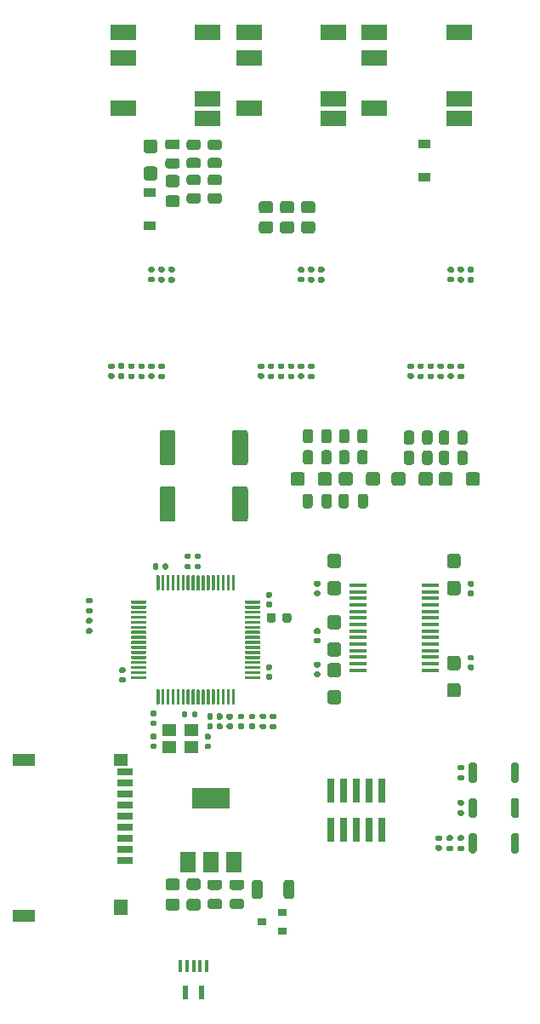
<source format=gbr>
%TF.GenerationSoftware,KiCad,Pcbnew,(5.1.8-0-10_14)*%
%TF.CreationDate,2021-03-24T11:52:58+01:00*%
%TF.ProjectId,KLST_TINY,4b4c5354-5f54-4494-9e59-2e6b69636164,0.1*%
%TF.SameCoordinates,Original*%
%TF.FileFunction,Paste,Top*%
%TF.FilePolarity,Positive*%
%FSLAX46Y46*%
G04 Gerber Fmt 4.6, Leading zero omitted, Abs format (unit mm)*
G04 Created by KiCad (PCBNEW (5.1.8-0-10_14)) date 2021-03-24 11:52:58*
%MOMM*%
%LPD*%
G01*
G04 APERTURE LIST*
%ADD10R,2.500000X1.600000*%
%ADD11R,0.740000X2.400000*%
%ADD12R,0.600000X1.350000*%
%ADD13R,0.400000X1.250000*%
%ADD14R,1.400000X1.200000*%
%ADD15R,1.400000X1.600000*%
%ADD16R,2.200000X1.200000*%
%ADD17R,1.600000X0.700000*%
%ADD18R,1.200000X0.900000*%
%ADD19R,1.750000X0.450000*%
%ADD20R,1.500000X2.000000*%
%ADD21R,3.800000X2.000000*%
%ADD22R,0.900000X0.800000*%
G04 APERTURE END LIST*
D10*
%TO.C,J8*%
X146200000Y-62500000D03*
X146200000Y-64500000D03*
X137800000Y-63500000D03*
X137800000Y-58500000D03*
X137800000Y-55900000D03*
X146200000Y-55900000D03*
%TD*%
%TO.C,J7*%
X133700000Y-62500000D03*
X133700000Y-64500000D03*
X125300000Y-63500000D03*
X125300000Y-58500000D03*
X125300000Y-55900000D03*
X133700000Y-55900000D03*
%TD*%
%TO.C,J6*%
X121200000Y-62500000D03*
X121200000Y-64500000D03*
X112800000Y-63500000D03*
X112800000Y-58500000D03*
X112800000Y-55900000D03*
X121200000Y-55900000D03*
%TD*%
D11*
%TO.C,J5*%
X138540000Y-131250000D03*
X138540000Y-135150000D03*
X137270000Y-131250000D03*
X137270000Y-135150000D03*
X136000000Y-131250000D03*
X136000000Y-135150000D03*
X134730000Y-131250000D03*
X134730000Y-135150000D03*
X133460000Y-131250000D03*
X133460000Y-135150000D03*
%TD*%
%TO.C,U1*%
G36*
G01*
X115025000Y-120200000D02*
X113625000Y-120200000D01*
G75*
G02*
X113550000Y-120125000I0J75000D01*
G01*
X113550000Y-119975000D01*
G75*
G02*
X113625000Y-119900000I75000J0D01*
G01*
X115025000Y-119900000D01*
G75*
G02*
X115100000Y-119975000I0J-75000D01*
G01*
X115100000Y-120125000D01*
G75*
G02*
X115025000Y-120200000I-75000J0D01*
G01*
G37*
G36*
G01*
X115025000Y-119700000D02*
X113625000Y-119700000D01*
G75*
G02*
X113550000Y-119625000I0J75000D01*
G01*
X113550000Y-119475000D01*
G75*
G02*
X113625000Y-119400000I75000J0D01*
G01*
X115025000Y-119400000D01*
G75*
G02*
X115100000Y-119475000I0J-75000D01*
G01*
X115100000Y-119625000D01*
G75*
G02*
X115025000Y-119700000I-75000J0D01*
G01*
G37*
G36*
G01*
X115025000Y-119200000D02*
X113625000Y-119200000D01*
G75*
G02*
X113550000Y-119125000I0J75000D01*
G01*
X113550000Y-118975000D01*
G75*
G02*
X113625000Y-118900000I75000J0D01*
G01*
X115025000Y-118900000D01*
G75*
G02*
X115100000Y-118975000I0J-75000D01*
G01*
X115100000Y-119125000D01*
G75*
G02*
X115025000Y-119200000I-75000J0D01*
G01*
G37*
G36*
G01*
X115025000Y-118700000D02*
X113625000Y-118700000D01*
G75*
G02*
X113550000Y-118625000I0J75000D01*
G01*
X113550000Y-118475000D01*
G75*
G02*
X113625000Y-118400000I75000J0D01*
G01*
X115025000Y-118400000D01*
G75*
G02*
X115100000Y-118475000I0J-75000D01*
G01*
X115100000Y-118625000D01*
G75*
G02*
X115025000Y-118700000I-75000J0D01*
G01*
G37*
G36*
G01*
X115025000Y-118200000D02*
X113625000Y-118200000D01*
G75*
G02*
X113550000Y-118125000I0J75000D01*
G01*
X113550000Y-117975000D01*
G75*
G02*
X113625000Y-117900000I75000J0D01*
G01*
X115025000Y-117900000D01*
G75*
G02*
X115100000Y-117975000I0J-75000D01*
G01*
X115100000Y-118125000D01*
G75*
G02*
X115025000Y-118200000I-75000J0D01*
G01*
G37*
G36*
G01*
X115025000Y-117700000D02*
X113625000Y-117700000D01*
G75*
G02*
X113550000Y-117625000I0J75000D01*
G01*
X113550000Y-117475000D01*
G75*
G02*
X113625000Y-117400000I75000J0D01*
G01*
X115025000Y-117400000D01*
G75*
G02*
X115100000Y-117475000I0J-75000D01*
G01*
X115100000Y-117625000D01*
G75*
G02*
X115025000Y-117700000I-75000J0D01*
G01*
G37*
G36*
G01*
X115025000Y-117200000D02*
X113625000Y-117200000D01*
G75*
G02*
X113550000Y-117125000I0J75000D01*
G01*
X113550000Y-116975000D01*
G75*
G02*
X113625000Y-116900000I75000J0D01*
G01*
X115025000Y-116900000D01*
G75*
G02*
X115100000Y-116975000I0J-75000D01*
G01*
X115100000Y-117125000D01*
G75*
G02*
X115025000Y-117200000I-75000J0D01*
G01*
G37*
G36*
G01*
X115025000Y-116700000D02*
X113625000Y-116700000D01*
G75*
G02*
X113550000Y-116625000I0J75000D01*
G01*
X113550000Y-116475000D01*
G75*
G02*
X113625000Y-116400000I75000J0D01*
G01*
X115025000Y-116400000D01*
G75*
G02*
X115100000Y-116475000I0J-75000D01*
G01*
X115100000Y-116625000D01*
G75*
G02*
X115025000Y-116700000I-75000J0D01*
G01*
G37*
G36*
G01*
X115025000Y-116200000D02*
X113625000Y-116200000D01*
G75*
G02*
X113550000Y-116125000I0J75000D01*
G01*
X113550000Y-115975000D01*
G75*
G02*
X113625000Y-115900000I75000J0D01*
G01*
X115025000Y-115900000D01*
G75*
G02*
X115100000Y-115975000I0J-75000D01*
G01*
X115100000Y-116125000D01*
G75*
G02*
X115025000Y-116200000I-75000J0D01*
G01*
G37*
G36*
G01*
X115025000Y-115700000D02*
X113625000Y-115700000D01*
G75*
G02*
X113550000Y-115625000I0J75000D01*
G01*
X113550000Y-115475000D01*
G75*
G02*
X113625000Y-115400000I75000J0D01*
G01*
X115025000Y-115400000D01*
G75*
G02*
X115100000Y-115475000I0J-75000D01*
G01*
X115100000Y-115625000D01*
G75*
G02*
X115025000Y-115700000I-75000J0D01*
G01*
G37*
G36*
G01*
X115025000Y-115200000D02*
X113625000Y-115200000D01*
G75*
G02*
X113550000Y-115125000I0J75000D01*
G01*
X113550000Y-114975000D01*
G75*
G02*
X113625000Y-114900000I75000J0D01*
G01*
X115025000Y-114900000D01*
G75*
G02*
X115100000Y-114975000I0J-75000D01*
G01*
X115100000Y-115125000D01*
G75*
G02*
X115025000Y-115200000I-75000J0D01*
G01*
G37*
G36*
G01*
X115025000Y-114700000D02*
X113625000Y-114700000D01*
G75*
G02*
X113550000Y-114625000I0J75000D01*
G01*
X113550000Y-114475000D01*
G75*
G02*
X113625000Y-114400000I75000J0D01*
G01*
X115025000Y-114400000D01*
G75*
G02*
X115100000Y-114475000I0J-75000D01*
G01*
X115100000Y-114625000D01*
G75*
G02*
X115025000Y-114700000I-75000J0D01*
G01*
G37*
G36*
G01*
X115025000Y-114200000D02*
X113625000Y-114200000D01*
G75*
G02*
X113550000Y-114125000I0J75000D01*
G01*
X113550000Y-113975000D01*
G75*
G02*
X113625000Y-113900000I75000J0D01*
G01*
X115025000Y-113900000D01*
G75*
G02*
X115100000Y-113975000I0J-75000D01*
G01*
X115100000Y-114125000D01*
G75*
G02*
X115025000Y-114200000I-75000J0D01*
G01*
G37*
G36*
G01*
X115025000Y-113700000D02*
X113625000Y-113700000D01*
G75*
G02*
X113550000Y-113625000I0J75000D01*
G01*
X113550000Y-113475000D01*
G75*
G02*
X113625000Y-113400000I75000J0D01*
G01*
X115025000Y-113400000D01*
G75*
G02*
X115100000Y-113475000I0J-75000D01*
G01*
X115100000Y-113625000D01*
G75*
G02*
X115025000Y-113700000I-75000J0D01*
G01*
G37*
G36*
G01*
X115025000Y-113200000D02*
X113625000Y-113200000D01*
G75*
G02*
X113550000Y-113125000I0J75000D01*
G01*
X113550000Y-112975000D01*
G75*
G02*
X113625000Y-112900000I75000J0D01*
G01*
X115025000Y-112900000D01*
G75*
G02*
X115100000Y-112975000I0J-75000D01*
G01*
X115100000Y-113125000D01*
G75*
G02*
X115025000Y-113200000I-75000J0D01*
G01*
G37*
G36*
G01*
X115025000Y-112700000D02*
X113625000Y-112700000D01*
G75*
G02*
X113550000Y-112625000I0J75000D01*
G01*
X113550000Y-112475000D01*
G75*
G02*
X113625000Y-112400000I75000J0D01*
G01*
X115025000Y-112400000D01*
G75*
G02*
X115100000Y-112475000I0J-75000D01*
G01*
X115100000Y-112625000D01*
G75*
G02*
X115025000Y-112700000I-75000J0D01*
G01*
G37*
G36*
G01*
X116325000Y-111400000D02*
X116175000Y-111400000D01*
G75*
G02*
X116100000Y-111325000I0J75000D01*
G01*
X116100000Y-109925000D01*
G75*
G02*
X116175000Y-109850000I75000J0D01*
G01*
X116325000Y-109850000D01*
G75*
G02*
X116400000Y-109925000I0J-75000D01*
G01*
X116400000Y-111325000D01*
G75*
G02*
X116325000Y-111400000I-75000J0D01*
G01*
G37*
G36*
G01*
X116825000Y-111400000D02*
X116675000Y-111400000D01*
G75*
G02*
X116600000Y-111325000I0J75000D01*
G01*
X116600000Y-109925000D01*
G75*
G02*
X116675000Y-109850000I75000J0D01*
G01*
X116825000Y-109850000D01*
G75*
G02*
X116900000Y-109925000I0J-75000D01*
G01*
X116900000Y-111325000D01*
G75*
G02*
X116825000Y-111400000I-75000J0D01*
G01*
G37*
G36*
G01*
X117325000Y-111400000D02*
X117175000Y-111400000D01*
G75*
G02*
X117100000Y-111325000I0J75000D01*
G01*
X117100000Y-109925000D01*
G75*
G02*
X117175000Y-109850000I75000J0D01*
G01*
X117325000Y-109850000D01*
G75*
G02*
X117400000Y-109925000I0J-75000D01*
G01*
X117400000Y-111325000D01*
G75*
G02*
X117325000Y-111400000I-75000J0D01*
G01*
G37*
G36*
G01*
X117825000Y-111400000D02*
X117675000Y-111400000D01*
G75*
G02*
X117600000Y-111325000I0J75000D01*
G01*
X117600000Y-109925000D01*
G75*
G02*
X117675000Y-109850000I75000J0D01*
G01*
X117825000Y-109850000D01*
G75*
G02*
X117900000Y-109925000I0J-75000D01*
G01*
X117900000Y-111325000D01*
G75*
G02*
X117825000Y-111400000I-75000J0D01*
G01*
G37*
G36*
G01*
X118325000Y-111400000D02*
X118175000Y-111400000D01*
G75*
G02*
X118100000Y-111325000I0J75000D01*
G01*
X118100000Y-109925000D01*
G75*
G02*
X118175000Y-109850000I75000J0D01*
G01*
X118325000Y-109850000D01*
G75*
G02*
X118400000Y-109925000I0J-75000D01*
G01*
X118400000Y-111325000D01*
G75*
G02*
X118325000Y-111400000I-75000J0D01*
G01*
G37*
G36*
G01*
X118825000Y-111400000D02*
X118675000Y-111400000D01*
G75*
G02*
X118600000Y-111325000I0J75000D01*
G01*
X118600000Y-109925000D01*
G75*
G02*
X118675000Y-109850000I75000J0D01*
G01*
X118825000Y-109850000D01*
G75*
G02*
X118900000Y-109925000I0J-75000D01*
G01*
X118900000Y-111325000D01*
G75*
G02*
X118825000Y-111400000I-75000J0D01*
G01*
G37*
G36*
G01*
X119325000Y-111400000D02*
X119175000Y-111400000D01*
G75*
G02*
X119100000Y-111325000I0J75000D01*
G01*
X119100000Y-109925000D01*
G75*
G02*
X119175000Y-109850000I75000J0D01*
G01*
X119325000Y-109850000D01*
G75*
G02*
X119400000Y-109925000I0J-75000D01*
G01*
X119400000Y-111325000D01*
G75*
G02*
X119325000Y-111400000I-75000J0D01*
G01*
G37*
G36*
G01*
X119825000Y-111400000D02*
X119675000Y-111400000D01*
G75*
G02*
X119600000Y-111325000I0J75000D01*
G01*
X119600000Y-109925000D01*
G75*
G02*
X119675000Y-109850000I75000J0D01*
G01*
X119825000Y-109850000D01*
G75*
G02*
X119900000Y-109925000I0J-75000D01*
G01*
X119900000Y-111325000D01*
G75*
G02*
X119825000Y-111400000I-75000J0D01*
G01*
G37*
G36*
G01*
X120325000Y-111400000D02*
X120175000Y-111400000D01*
G75*
G02*
X120100000Y-111325000I0J75000D01*
G01*
X120100000Y-109925000D01*
G75*
G02*
X120175000Y-109850000I75000J0D01*
G01*
X120325000Y-109850000D01*
G75*
G02*
X120400000Y-109925000I0J-75000D01*
G01*
X120400000Y-111325000D01*
G75*
G02*
X120325000Y-111400000I-75000J0D01*
G01*
G37*
G36*
G01*
X120825000Y-111400000D02*
X120675000Y-111400000D01*
G75*
G02*
X120600000Y-111325000I0J75000D01*
G01*
X120600000Y-109925000D01*
G75*
G02*
X120675000Y-109850000I75000J0D01*
G01*
X120825000Y-109850000D01*
G75*
G02*
X120900000Y-109925000I0J-75000D01*
G01*
X120900000Y-111325000D01*
G75*
G02*
X120825000Y-111400000I-75000J0D01*
G01*
G37*
G36*
G01*
X121325000Y-111400000D02*
X121175000Y-111400000D01*
G75*
G02*
X121100000Y-111325000I0J75000D01*
G01*
X121100000Y-109925000D01*
G75*
G02*
X121175000Y-109850000I75000J0D01*
G01*
X121325000Y-109850000D01*
G75*
G02*
X121400000Y-109925000I0J-75000D01*
G01*
X121400000Y-111325000D01*
G75*
G02*
X121325000Y-111400000I-75000J0D01*
G01*
G37*
G36*
G01*
X121825000Y-111400000D02*
X121675000Y-111400000D01*
G75*
G02*
X121600000Y-111325000I0J75000D01*
G01*
X121600000Y-109925000D01*
G75*
G02*
X121675000Y-109850000I75000J0D01*
G01*
X121825000Y-109850000D01*
G75*
G02*
X121900000Y-109925000I0J-75000D01*
G01*
X121900000Y-111325000D01*
G75*
G02*
X121825000Y-111400000I-75000J0D01*
G01*
G37*
G36*
G01*
X122325000Y-111400000D02*
X122175000Y-111400000D01*
G75*
G02*
X122100000Y-111325000I0J75000D01*
G01*
X122100000Y-109925000D01*
G75*
G02*
X122175000Y-109850000I75000J0D01*
G01*
X122325000Y-109850000D01*
G75*
G02*
X122400000Y-109925000I0J-75000D01*
G01*
X122400000Y-111325000D01*
G75*
G02*
X122325000Y-111400000I-75000J0D01*
G01*
G37*
G36*
G01*
X122825000Y-111400000D02*
X122675000Y-111400000D01*
G75*
G02*
X122600000Y-111325000I0J75000D01*
G01*
X122600000Y-109925000D01*
G75*
G02*
X122675000Y-109850000I75000J0D01*
G01*
X122825000Y-109850000D01*
G75*
G02*
X122900000Y-109925000I0J-75000D01*
G01*
X122900000Y-111325000D01*
G75*
G02*
X122825000Y-111400000I-75000J0D01*
G01*
G37*
G36*
G01*
X123325000Y-111400000D02*
X123175000Y-111400000D01*
G75*
G02*
X123100000Y-111325000I0J75000D01*
G01*
X123100000Y-109925000D01*
G75*
G02*
X123175000Y-109850000I75000J0D01*
G01*
X123325000Y-109850000D01*
G75*
G02*
X123400000Y-109925000I0J-75000D01*
G01*
X123400000Y-111325000D01*
G75*
G02*
X123325000Y-111400000I-75000J0D01*
G01*
G37*
G36*
G01*
X123825000Y-111400000D02*
X123675000Y-111400000D01*
G75*
G02*
X123600000Y-111325000I0J75000D01*
G01*
X123600000Y-109925000D01*
G75*
G02*
X123675000Y-109850000I75000J0D01*
G01*
X123825000Y-109850000D01*
G75*
G02*
X123900000Y-109925000I0J-75000D01*
G01*
X123900000Y-111325000D01*
G75*
G02*
X123825000Y-111400000I-75000J0D01*
G01*
G37*
G36*
G01*
X126375000Y-112700000D02*
X124975000Y-112700000D01*
G75*
G02*
X124900000Y-112625000I0J75000D01*
G01*
X124900000Y-112475000D01*
G75*
G02*
X124975000Y-112400000I75000J0D01*
G01*
X126375000Y-112400000D01*
G75*
G02*
X126450000Y-112475000I0J-75000D01*
G01*
X126450000Y-112625000D01*
G75*
G02*
X126375000Y-112700000I-75000J0D01*
G01*
G37*
G36*
G01*
X126375000Y-113200000D02*
X124975000Y-113200000D01*
G75*
G02*
X124900000Y-113125000I0J75000D01*
G01*
X124900000Y-112975000D01*
G75*
G02*
X124975000Y-112900000I75000J0D01*
G01*
X126375000Y-112900000D01*
G75*
G02*
X126450000Y-112975000I0J-75000D01*
G01*
X126450000Y-113125000D01*
G75*
G02*
X126375000Y-113200000I-75000J0D01*
G01*
G37*
G36*
G01*
X126375000Y-113700000D02*
X124975000Y-113700000D01*
G75*
G02*
X124900000Y-113625000I0J75000D01*
G01*
X124900000Y-113475000D01*
G75*
G02*
X124975000Y-113400000I75000J0D01*
G01*
X126375000Y-113400000D01*
G75*
G02*
X126450000Y-113475000I0J-75000D01*
G01*
X126450000Y-113625000D01*
G75*
G02*
X126375000Y-113700000I-75000J0D01*
G01*
G37*
G36*
G01*
X126375000Y-114200000D02*
X124975000Y-114200000D01*
G75*
G02*
X124900000Y-114125000I0J75000D01*
G01*
X124900000Y-113975000D01*
G75*
G02*
X124975000Y-113900000I75000J0D01*
G01*
X126375000Y-113900000D01*
G75*
G02*
X126450000Y-113975000I0J-75000D01*
G01*
X126450000Y-114125000D01*
G75*
G02*
X126375000Y-114200000I-75000J0D01*
G01*
G37*
G36*
G01*
X126375000Y-114700000D02*
X124975000Y-114700000D01*
G75*
G02*
X124900000Y-114625000I0J75000D01*
G01*
X124900000Y-114475000D01*
G75*
G02*
X124975000Y-114400000I75000J0D01*
G01*
X126375000Y-114400000D01*
G75*
G02*
X126450000Y-114475000I0J-75000D01*
G01*
X126450000Y-114625000D01*
G75*
G02*
X126375000Y-114700000I-75000J0D01*
G01*
G37*
G36*
G01*
X126375000Y-115200000D02*
X124975000Y-115200000D01*
G75*
G02*
X124900000Y-115125000I0J75000D01*
G01*
X124900000Y-114975000D01*
G75*
G02*
X124975000Y-114900000I75000J0D01*
G01*
X126375000Y-114900000D01*
G75*
G02*
X126450000Y-114975000I0J-75000D01*
G01*
X126450000Y-115125000D01*
G75*
G02*
X126375000Y-115200000I-75000J0D01*
G01*
G37*
G36*
G01*
X126375000Y-115700000D02*
X124975000Y-115700000D01*
G75*
G02*
X124900000Y-115625000I0J75000D01*
G01*
X124900000Y-115475000D01*
G75*
G02*
X124975000Y-115400000I75000J0D01*
G01*
X126375000Y-115400000D01*
G75*
G02*
X126450000Y-115475000I0J-75000D01*
G01*
X126450000Y-115625000D01*
G75*
G02*
X126375000Y-115700000I-75000J0D01*
G01*
G37*
G36*
G01*
X126375000Y-116200000D02*
X124975000Y-116200000D01*
G75*
G02*
X124900000Y-116125000I0J75000D01*
G01*
X124900000Y-115975000D01*
G75*
G02*
X124975000Y-115900000I75000J0D01*
G01*
X126375000Y-115900000D01*
G75*
G02*
X126450000Y-115975000I0J-75000D01*
G01*
X126450000Y-116125000D01*
G75*
G02*
X126375000Y-116200000I-75000J0D01*
G01*
G37*
G36*
G01*
X126375000Y-116700000D02*
X124975000Y-116700000D01*
G75*
G02*
X124900000Y-116625000I0J75000D01*
G01*
X124900000Y-116475000D01*
G75*
G02*
X124975000Y-116400000I75000J0D01*
G01*
X126375000Y-116400000D01*
G75*
G02*
X126450000Y-116475000I0J-75000D01*
G01*
X126450000Y-116625000D01*
G75*
G02*
X126375000Y-116700000I-75000J0D01*
G01*
G37*
G36*
G01*
X126375000Y-117200000D02*
X124975000Y-117200000D01*
G75*
G02*
X124900000Y-117125000I0J75000D01*
G01*
X124900000Y-116975000D01*
G75*
G02*
X124975000Y-116900000I75000J0D01*
G01*
X126375000Y-116900000D01*
G75*
G02*
X126450000Y-116975000I0J-75000D01*
G01*
X126450000Y-117125000D01*
G75*
G02*
X126375000Y-117200000I-75000J0D01*
G01*
G37*
G36*
G01*
X126375000Y-117700000D02*
X124975000Y-117700000D01*
G75*
G02*
X124900000Y-117625000I0J75000D01*
G01*
X124900000Y-117475000D01*
G75*
G02*
X124975000Y-117400000I75000J0D01*
G01*
X126375000Y-117400000D01*
G75*
G02*
X126450000Y-117475000I0J-75000D01*
G01*
X126450000Y-117625000D01*
G75*
G02*
X126375000Y-117700000I-75000J0D01*
G01*
G37*
G36*
G01*
X126375000Y-118200000D02*
X124975000Y-118200000D01*
G75*
G02*
X124900000Y-118125000I0J75000D01*
G01*
X124900000Y-117975000D01*
G75*
G02*
X124975000Y-117900000I75000J0D01*
G01*
X126375000Y-117900000D01*
G75*
G02*
X126450000Y-117975000I0J-75000D01*
G01*
X126450000Y-118125000D01*
G75*
G02*
X126375000Y-118200000I-75000J0D01*
G01*
G37*
G36*
G01*
X126375000Y-118700000D02*
X124975000Y-118700000D01*
G75*
G02*
X124900000Y-118625000I0J75000D01*
G01*
X124900000Y-118475000D01*
G75*
G02*
X124975000Y-118400000I75000J0D01*
G01*
X126375000Y-118400000D01*
G75*
G02*
X126450000Y-118475000I0J-75000D01*
G01*
X126450000Y-118625000D01*
G75*
G02*
X126375000Y-118700000I-75000J0D01*
G01*
G37*
G36*
G01*
X126375000Y-119200000D02*
X124975000Y-119200000D01*
G75*
G02*
X124900000Y-119125000I0J75000D01*
G01*
X124900000Y-118975000D01*
G75*
G02*
X124975000Y-118900000I75000J0D01*
G01*
X126375000Y-118900000D01*
G75*
G02*
X126450000Y-118975000I0J-75000D01*
G01*
X126450000Y-119125000D01*
G75*
G02*
X126375000Y-119200000I-75000J0D01*
G01*
G37*
G36*
G01*
X126375000Y-119700000D02*
X124975000Y-119700000D01*
G75*
G02*
X124900000Y-119625000I0J75000D01*
G01*
X124900000Y-119475000D01*
G75*
G02*
X124975000Y-119400000I75000J0D01*
G01*
X126375000Y-119400000D01*
G75*
G02*
X126450000Y-119475000I0J-75000D01*
G01*
X126450000Y-119625000D01*
G75*
G02*
X126375000Y-119700000I-75000J0D01*
G01*
G37*
G36*
G01*
X126375000Y-120200000D02*
X124975000Y-120200000D01*
G75*
G02*
X124900000Y-120125000I0J75000D01*
G01*
X124900000Y-119975000D01*
G75*
G02*
X124975000Y-119900000I75000J0D01*
G01*
X126375000Y-119900000D01*
G75*
G02*
X126450000Y-119975000I0J-75000D01*
G01*
X126450000Y-120125000D01*
G75*
G02*
X126375000Y-120200000I-75000J0D01*
G01*
G37*
G36*
G01*
X123825000Y-122750000D02*
X123675000Y-122750000D01*
G75*
G02*
X123600000Y-122675000I0J75000D01*
G01*
X123600000Y-121275000D01*
G75*
G02*
X123675000Y-121200000I75000J0D01*
G01*
X123825000Y-121200000D01*
G75*
G02*
X123900000Y-121275000I0J-75000D01*
G01*
X123900000Y-122675000D01*
G75*
G02*
X123825000Y-122750000I-75000J0D01*
G01*
G37*
G36*
G01*
X123325000Y-122750000D02*
X123175000Y-122750000D01*
G75*
G02*
X123100000Y-122675000I0J75000D01*
G01*
X123100000Y-121275000D01*
G75*
G02*
X123175000Y-121200000I75000J0D01*
G01*
X123325000Y-121200000D01*
G75*
G02*
X123400000Y-121275000I0J-75000D01*
G01*
X123400000Y-122675000D01*
G75*
G02*
X123325000Y-122750000I-75000J0D01*
G01*
G37*
G36*
G01*
X122825000Y-122750000D02*
X122675000Y-122750000D01*
G75*
G02*
X122600000Y-122675000I0J75000D01*
G01*
X122600000Y-121275000D01*
G75*
G02*
X122675000Y-121200000I75000J0D01*
G01*
X122825000Y-121200000D01*
G75*
G02*
X122900000Y-121275000I0J-75000D01*
G01*
X122900000Y-122675000D01*
G75*
G02*
X122825000Y-122750000I-75000J0D01*
G01*
G37*
G36*
G01*
X122325000Y-122750000D02*
X122175000Y-122750000D01*
G75*
G02*
X122100000Y-122675000I0J75000D01*
G01*
X122100000Y-121275000D01*
G75*
G02*
X122175000Y-121200000I75000J0D01*
G01*
X122325000Y-121200000D01*
G75*
G02*
X122400000Y-121275000I0J-75000D01*
G01*
X122400000Y-122675000D01*
G75*
G02*
X122325000Y-122750000I-75000J0D01*
G01*
G37*
G36*
G01*
X121825000Y-122750000D02*
X121675000Y-122750000D01*
G75*
G02*
X121600000Y-122675000I0J75000D01*
G01*
X121600000Y-121275000D01*
G75*
G02*
X121675000Y-121200000I75000J0D01*
G01*
X121825000Y-121200000D01*
G75*
G02*
X121900000Y-121275000I0J-75000D01*
G01*
X121900000Y-122675000D01*
G75*
G02*
X121825000Y-122750000I-75000J0D01*
G01*
G37*
G36*
G01*
X121325000Y-122750000D02*
X121175000Y-122750000D01*
G75*
G02*
X121100000Y-122675000I0J75000D01*
G01*
X121100000Y-121275000D01*
G75*
G02*
X121175000Y-121200000I75000J0D01*
G01*
X121325000Y-121200000D01*
G75*
G02*
X121400000Y-121275000I0J-75000D01*
G01*
X121400000Y-122675000D01*
G75*
G02*
X121325000Y-122750000I-75000J0D01*
G01*
G37*
G36*
G01*
X120825000Y-122750000D02*
X120675000Y-122750000D01*
G75*
G02*
X120600000Y-122675000I0J75000D01*
G01*
X120600000Y-121275000D01*
G75*
G02*
X120675000Y-121200000I75000J0D01*
G01*
X120825000Y-121200000D01*
G75*
G02*
X120900000Y-121275000I0J-75000D01*
G01*
X120900000Y-122675000D01*
G75*
G02*
X120825000Y-122750000I-75000J0D01*
G01*
G37*
G36*
G01*
X120325000Y-122750000D02*
X120175000Y-122750000D01*
G75*
G02*
X120100000Y-122675000I0J75000D01*
G01*
X120100000Y-121275000D01*
G75*
G02*
X120175000Y-121200000I75000J0D01*
G01*
X120325000Y-121200000D01*
G75*
G02*
X120400000Y-121275000I0J-75000D01*
G01*
X120400000Y-122675000D01*
G75*
G02*
X120325000Y-122750000I-75000J0D01*
G01*
G37*
G36*
G01*
X119825000Y-122750000D02*
X119675000Y-122750000D01*
G75*
G02*
X119600000Y-122675000I0J75000D01*
G01*
X119600000Y-121275000D01*
G75*
G02*
X119675000Y-121200000I75000J0D01*
G01*
X119825000Y-121200000D01*
G75*
G02*
X119900000Y-121275000I0J-75000D01*
G01*
X119900000Y-122675000D01*
G75*
G02*
X119825000Y-122750000I-75000J0D01*
G01*
G37*
G36*
G01*
X119325000Y-122750000D02*
X119175000Y-122750000D01*
G75*
G02*
X119100000Y-122675000I0J75000D01*
G01*
X119100000Y-121275000D01*
G75*
G02*
X119175000Y-121200000I75000J0D01*
G01*
X119325000Y-121200000D01*
G75*
G02*
X119400000Y-121275000I0J-75000D01*
G01*
X119400000Y-122675000D01*
G75*
G02*
X119325000Y-122750000I-75000J0D01*
G01*
G37*
G36*
G01*
X118825000Y-122750000D02*
X118675000Y-122750000D01*
G75*
G02*
X118600000Y-122675000I0J75000D01*
G01*
X118600000Y-121275000D01*
G75*
G02*
X118675000Y-121200000I75000J0D01*
G01*
X118825000Y-121200000D01*
G75*
G02*
X118900000Y-121275000I0J-75000D01*
G01*
X118900000Y-122675000D01*
G75*
G02*
X118825000Y-122750000I-75000J0D01*
G01*
G37*
G36*
G01*
X118325000Y-122750000D02*
X118175000Y-122750000D01*
G75*
G02*
X118100000Y-122675000I0J75000D01*
G01*
X118100000Y-121275000D01*
G75*
G02*
X118175000Y-121200000I75000J0D01*
G01*
X118325000Y-121200000D01*
G75*
G02*
X118400000Y-121275000I0J-75000D01*
G01*
X118400000Y-122675000D01*
G75*
G02*
X118325000Y-122750000I-75000J0D01*
G01*
G37*
G36*
G01*
X117825000Y-122750000D02*
X117675000Y-122750000D01*
G75*
G02*
X117600000Y-122675000I0J75000D01*
G01*
X117600000Y-121275000D01*
G75*
G02*
X117675000Y-121200000I75000J0D01*
G01*
X117825000Y-121200000D01*
G75*
G02*
X117900000Y-121275000I0J-75000D01*
G01*
X117900000Y-122675000D01*
G75*
G02*
X117825000Y-122750000I-75000J0D01*
G01*
G37*
G36*
G01*
X117325000Y-122750000D02*
X117175000Y-122750000D01*
G75*
G02*
X117100000Y-122675000I0J75000D01*
G01*
X117100000Y-121275000D01*
G75*
G02*
X117175000Y-121200000I75000J0D01*
G01*
X117325000Y-121200000D01*
G75*
G02*
X117400000Y-121275000I0J-75000D01*
G01*
X117400000Y-122675000D01*
G75*
G02*
X117325000Y-122750000I-75000J0D01*
G01*
G37*
G36*
G01*
X116825000Y-122750000D02*
X116675000Y-122750000D01*
G75*
G02*
X116600000Y-122675000I0J75000D01*
G01*
X116600000Y-121275000D01*
G75*
G02*
X116675000Y-121200000I75000J0D01*
G01*
X116825000Y-121200000D01*
G75*
G02*
X116900000Y-121275000I0J-75000D01*
G01*
X116900000Y-122675000D01*
G75*
G02*
X116825000Y-122750000I-75000J0D01*
G01*
G37*
G36*
G01*
X116325000Y-122750000D02*
X116175000Y-122750000D01*
G75*
G02*
X116100000Y-122675000I0J75000D01*
G01*
X116100000Y-121275000D01*
G75*
G02*
X116175000Y-121200000I75000J0D01*
G01*
X116325000Y-121200000D01*
G75*
G02*
X116400000Y-121275000I0J-75000D01*
G01*
X116400000Y-122675000D01*
G75*
G02*
X116325000Y-122750000I-75000J0D01*
G01*
G37*
%TD*%
%TO.C,C8*%
G36*
G01*
X121700000Y-123730000D02*
X121700000Y-124070000D01*
G75*
G02*
X121560000Y-124210000I-140000J0D01*
G01*
X121280000Y-124210000D01*
G75*
G02*
X121140000Y-124070000I0J140000D01*
G01*
X121140000Y-123730000D01*
G75*
G02*
X121280000Y-123590000I140000J0D01*
G01*
X121560000Y-123590000D01*
G75*
G02*
X121700000Y-123730000I0J-140000D01*
G01*
G37*
G36*
G01*
X122660000Y-123730000D02*
X122660000Y-124070000D01*
G75*
G02*
X122520000Y-124210000I-140000J0D01*
G01*
X122240000Y-124210000D01*
G75*
G02*
X122100000Y-124070000I0J140000D01*
G01*
X122100000Y-123730000D01*
G75*
G02*
X122240000Y-123590000I140000J0D01*
G01*
X122520000Y-123590000D01*
G75*
G02*
X122660000Y-123730000I0J-140000D01*
G01*
G37*
%TD*%
%TO.C,C7*%
G36*
G01*
X121700000Y-124730000D02*
X121700000Y-125070000D01*
G75*
G02*
X121560000Y-125210000I-140000J0D01*
G01*
X121280000Y-125210000D01*
G75*
G02*
X121140000Y-125070000I0J140000D01*
G01*
X121140000Y-124730000D01*
G75*
G02*
X121280000Y-124590000I140000J0D01*
G01*
X121560000Y-124590000D01*
G75*
G02*
X121700000Y-124730000I0J-140000D01*
G01*
G37*
G36*
G01*
X122660000Y-124730000D02*
X122660000Y-125070000D01*
G75*
G02*
X122520000Y-125210000I-140000J0D01*
G01*
X122240000Y-125210000D01*
G75*
G02*
X122100000Y-125070000I0J140000D01*
G01*
X122100000Y-124730000D01*
G75*
G02*
X122240000Y-124590000I140000J0D01*
G01*
X122520000Y-124590000D01*
G75*
G02*
X122660000Y-124730000I0J-140000D01*
G01*
G37*
%TD*%
D12*
%TO.C,J3*%
X120600000Y-151375000D03*
X119000000Y-151375000D03*
D13*
X121100000Y-148725000D03*
X120450000Y-148725000D03*
X119800000Y-148725000D03*
X119150000Y-148725000D03*
X118500000Y-148725000D03*
%TD*%
D14*
%TO.C,J1*%
X112500000Y-128250000D03*
D15*
X112500000Y-142850000D03*
D16*
X102900000Y-128250000D03*
X102900000Y-143750000D03*
D17*
X113000000Y-138250000D03*
X113000000Y-137150000D03*
X113000000Y-136050000D03*
X113000000Y-134950000D03*
X113000000Y-133850000D03*
X113000000Y-132750000D03*
X113000000Y-131650000D03*
X113000000Y-130550000D03*
X113000000Y-129450000D03*
%TD*%
%TO.C,SW6*%
G36*
G01*
X147200000Y-137300000D02*
X147200000Y-135700000D01*
G75*
G02*
X147400000Y-135500000I200000J0D01*
G01*
X147800000Y-135500000D01*
G75*
G02*
X148000000Y-135700000I0J-200000D01*
G01*
X148000000Y-137300000D01*
G75*
G02*
X147800000Y-137500000I-200000J0D01*
G01*
X147400000Y-137500000D01*
G75*
G02*
X147200000Y-137300000I0J200000D01*
G01*
G37*
G36*
G01*
X151400000Y-137300000D02*
X151400000Y-135700000D01*
G75*
G02*
X151600000Y-135500000I200000J0D01*
G01*
X152000000Y-135500000D01*
G75*
G02*
X152200000Y-135700000I0J-200000D01*
G01*
X152200000Y-137300000D01*
G75*
G02*
X152000000Y-137500000I-200000J0D01*
G01*
X151600000Y-137500000D01*
G75*
G02*
X151400000Y-137300000I0J200000D01*
G01*
G37*
%TD*%
%TO.C,R46*%
G36*
G01*
X145115000Y-136740000D02*
X145485000Y-136740000D01*
G75*
G02*
X145620000Y-136875000I0J-135000D01*
G01*
X145620000Y-137145000D01*
G75*
G02*
X145485000Y-137280000I-135000J0D01*
G01*
X145115000Y-137280000D01*
G75*
G02*
X144980000Y-137145000I0J135000D01*
G01*
X144980000Y-136875000D01*
G75*
G02*
X145115000Y-136740000I135000J0D01*
G01*
G37*
G36*
G01*
X145115000Y-135720000D02*
X145485000Y-135720000D01*
G75*
G02*
X145620000Y-135855000I0J-135000D01*
G01*
X145620000Y-136125000D01*
G75*
G02*
X145485000Y-136260000I-135000J0D01*
G01*
X145115000Y-136260000D01*
G75*
G02*
X144980000Y-136125000I0J135000D01*
G01*
X144980000Y-135855000D01*
G75*
G02*
X145115000Y-135720000I135000J0D01*
G01*
G37*
%TD*%
%TO.C,R45*%
G36*
G01*
X146585000Y-136260000D02*
X146215000Y-136260000D01*
G75*
G02*
X146080000Y-136125000I0J135000D01*
G01*
X146080000Y-135855000D01*
G75*
G02*
X146215000Y-135720000I135000J0D01*
G01*
X146585000Y-135720000D01*
G75*
G02*
X146720000Y-135855000I0J-135000D01*
G01*
X146720000Y-136125000D01*
G75*
G02*
X146585000Y-136260000I-135000J0D01*
G01*
G37*
G36*
G01*
X146585000Y-137280000D02*
X146215000Y-137280000D01*
G75*
G02*
X146080000Y-137145000I0J135000D01*
G01*
X146080000Y-136875000D01*
G75*
G02*
X146215000Y-136740000I135000J0D01*
G01*
X146585000Y-136740000D01*
G75*
G02*
X146720000Y-136875000I0J-135000D01*
G01*
X146720000Y-137145000D01*
G75*
G02*
X146585000Y-137280000I-135000J0D01*
G01*
G37*
%TD*%
%TO.C,C3*%
G36*
G01*
X144030000Y-136700000D02*
X144370000Y-136700000D01*
G75*
G02*
X144510000Y-136840000I0J-140000D01*
G01*
X144510000Y-137120000D01*
G75*
G02*
X144370000Y-137260000I-140000J0D01*
G01*
X144030000Y-137260000D01*
G75*
G02*
X143890000Y-137120000I0J140000D01*
G01*
X143890000Y-136840000D01*
G75*
G02*
X144030000Y-136700000I140000J0D01*
G01*
G37*
G36*
G01*
X144030000Y-135740000D02*
X144370000Y-135740000D01*
G75*
G02*
X144510000Y-135880000I0J-140000D01*
G01*
X144510000Y-136160000D01*
G75*
G02*
X144370000Y-136300000I-140000J0D01*
G01*
X144030000Y-136300000D01*
G75*
G02*
X143890000Y-136160000I0J140000D01*
G01*
X143890000Y-135880000D01*
G75*
G02*
X144030000Y-135740000I140000J0D01*
G01*
G37*
%TD*%
%TO.C,SW2*%
G36*
G01*
X152200000Y-132200000D02*
X152200000Y-133800000D01*
G75*
G02*
X152000000Y-134000000I-200000J0D01*
G01*
X151600000Y-134000000D01*
G75*
G02*
X151400000Y-133800000I0J200000D01*
G01*
X151400000Y-132200000D01*
G75*
G02*
X151600000Y-132000000I200000J0D01*
G01*
X152000000Y-132000000D01*
G75*
G02*
X152200000Y-132200000I0J-200000D01*
G01*
G37*
G36*
G01*
X148000000Y-132200000D02*
X148000000Y-133800000D01*
G75*
G02*
X147800000Y-134000000I-200000J0D01*
G01*
X147400000Y-134000000D01*
G75*
G02*
X147200000Y-133800000I0J200000D01*
G01*
X147200000Y-132200000D01*
G75*
G02*
X147400000Y-132000000I200000J0D01*
G01*
X147800000Y-132000000D01*
G75*
G02*
X148000000Y-132200000I0J-200000D01*
G01*
G37*
%TD*%
%TO.C,SW1*%
G36*
G01*
X147200000Y-130300000D02*
X147200000Y-128700000D01*
G75*
G02*
X147400000Y-128500000I200000J0D01*
G01*
X147800000Y-128500000D01*
G75*
G02*
X148000000Y-128700000I0J-200000D01*
G01*
X148000000Y-130300000D01*
G75*
G02*
X147800000Y-130500000I-200000J0D01*
G01*
X147400000Y-130500000D01*
G75*
G02*
X147200000Y-130300000I0J200000D01*
G01*
G37*
G36*
G01*
X151400000Y-130300000D02*
X151400000Y-128700000D01*
G75*
G02*
X151600000Y-128500000I200000J0D01*
G01*
X152000000Y-128500000D01*
G75*
G02*
X152200000Y-128700000I0J-200000D01*
G01*
X152200000Y-130300000D01*
G75*
G02*
X152000000Y-130500000I-200000J0D01*
G01*
X151600000Y-130500000D01*
G75*
G02*
X151400000Y-130300000I0J200000D01*
G01*
G37*
%TD*%
D14*
%TO.C,Y1*%
X117400000Y-125250000D03*
X119600000Y-125250000D03*
X119600000Y-126950000D03*
X117400000Y-126950000D03*
%TD*%
%TO.C,R24*%
G36*
G01*
X141750000Y-97749999D02*
X141750000Y-98650001D01*
G75*
G02*
X141500001Y-98900000I-249999J0D01*
G01*
X140974999Y-98900000D01*
G75*
G02*
X140725000Y-98650001I0J249999D01*
G01*
X140725000Y-97749999D01*
G75*
G02*
X140974999Y-97500000I249999J0D01*
G01*
X141500001Y-97500000D01*
G75*
G02*
X141750000Y-97749999I0J-249999D01*
G01*
G37*
G36*
G01*
X143575000Y-97749999D02*
X143575000Y-98650001D01*
G75*
G02*
X143325001Y-98900000I-249999J0D01*
G01*
X142799999Y-98900000D01*
G75*
G02*
X142550000Y-98650001I0J249999D01*
G01*
X142550000Y-97749999D01*
G75*
G02*
X142799999Y-97500000I249999J0D01*
G01*
X143325001Y-97500000D01*
G75*
G02*
X143575000Y-97749999I0J-249999D01*
G01*
G37*
%TD*%
%TO.C,R23*%
G36*
G01*
X141750000Y-95749999D02*
X141750000Y-96650001D01*
G75*
G02*
X141500001Y-96900000I-249999J0D01*
G01*
X140974999Y-96900000D01*
G75*
G02*
X140725000Y-96650001I0J249999D01*
G01*
X140725000Y-95749999D01*
G75*
G02*
X140974999Y-95500000I249999J0D01*
G01*
X141500001Y-95500000D01*
G75*
G02*
X141750000Y-95749999I0J-249999D01*
G01*
G37*
G36*
G01*
X143575000Y-95749999D02*
X143575000Y-96650001D01*
G75*
G02*
X143325001Y-96900000I-249999J0D01*
G01*
X142799999Y-96900000D01*
G75*
G02*
X142550000Y-96650001I0J249999D01*
G01*
X142550000Y-95749999D01*
G75*
G02*
X142799999Y-95500000I249999J0D01*
G01*
X143325001Y-95500000D01*
G75*
G02*
X143575000Y-95749999I0J-249999D01*
G01*
G37*
%TD*%
%TO.C,R22*%
G36*
G01*
X146050000Y-98650001D02*
X146050000Y-97749999D01*
G75*
G02*
X146299999Y-97500000I249999J0D01*
G01*
X146825001Y-97500000D01*
G75*
G02*
X147075000Y-97749999I0J-249999D01*
G01*
X147075000Y-98650001D01*
G75*
G02*
X146825001Y-98900000I-249999J0D01*
G01*
X146299999Y-98900000D01*
G75*
G02*
X146050000Y-98650001I0J249999D01*
G01*
G37*
G36*
G01*
X144225000Y-98650001D02*
X144225000Y-97749999D01*
G75*
G02*
X144474999Y-97500000I249999J0D01*
G01*
X145000001Y-97500000D01*
G75*
G02*
X145250000Y-97749999I0J-249999D01*
G01*
X145250000Y-98650001D01*
G75*
G02*
X145000001Y-98900000I-249999J0D01*
G01*
X144474999Y-98900000D01*
G75*
G02*
X144225000Y-98650001I0J249999D01*
G01*
G37*
%TD*%
%TO.C,R21*%
G36*
G01*
X146050000Y-96650001D02*
X146050000Y-95749999D01*
G75*
G02*
X146299999Y-95500000I249999J0D01*
G01*
X146825001Y-95500000D01*
G75*
G02*
X147075000Y-95749999I0J-249999D01*
G01*
X147075000Y-96650001D01*
G75*
G02*
X146825001Y-96900000I-249999J0D01*
G01*
X146299999Y-96900000D01*
G75*
G02*
X146050000Y-96650001I0J249999D01*
G01*
G37*
G36*
G01*
X144225000Y-96650001D02*
X144225000Y-95749999D01*
G75*
G02*
X144474999Y-95500000I249999J0D01*
G01*
X145000001Y-95500000D01*
G75*
G02*
X145250000Y-95749999I0J-249999D01*
G01*
X145250000Y-96650001D01*
G75*
G02*
X145000001Y-96900000I-249999J0D01*
G01*
X144474999Y-96900000D01*
G75*
G02*
X144225000Y-96650001I0J249999D01*
G01*
G37*
%TD*%
%TO.C,R20*%
G36*
G01*
X131700000Y-97699999D02*
X131700000Y-98600001D01*
G75*
G02*
X131450001Y-98850000I-249999J0D01*
G01*
X130924999Y-98850000D01*
G75*
G02*
X130675000Y-98600001I0J249999D01*
G01*
X130675000Y-97699999D01*
G75*
G02*
X130924999Y-97450000I249999J0D01*
G01*
X131450001Y-97450000D01*
G75*
G02*
X131700000Y-97699999I0J-249999D01*
G01*
G37*
G36*
G01*
X133525000Y-97699999D02*
X133525000Y-98600001D01*
G75*
G02*
X133275001Y-98850000I-249999J0D01*
G01*
X132749999Y-98850000D01*
G75*
G02*
X132500000Y-98600001I0J249999D01*
G01*
X132500000Y-97699999D01*
G75*
G02*
X132749999Y-97450000I249999J0D01*
G01*
X133275001Y-97450000D01*
G75*
G02*
X133525000Y-97699999I0J-249999D01*
G01*
G37*
%TD*%
%TO.C,R19*%
G36*
G01*
X131700000Y-95599999D02*
X131700000Y-96500001D01*
G75*
G02*
X131450001Y-96750000I-249999J0D01*
G01*
X130924999Y-96750000D01*
G75*
G02*
X130675000Y-96500001I0J249999D01*
G01*
X130675000Y-95599999D01*
G75*
G02*
X130924999Y-95350000I249999J0D01*
G01*
X131450001Y-95350000D01*
G75*
G02*
X131700000Y-95599999I0J-249999D01*
G01*
G37*
G36*
G01*
X133525000Y-95599999D02*
X133525000Y-96500001D01*
G75*
G02*
X133275001Y-96750000I-249999J0D01*
G01*
X132749999Y-96750000D01*
G75*
G02*
X132500000Y-96500001I0J249999D01*
G01*
X132500000Y-95599999D01*
G75*
G02*
X132749999Y-95350000I249999J0D01*
G01*
X133275001Y-95350000D01*
G75*
G02*
X133525000Y-95599999I0J-249999D01*
G01*
G37*
%TD*%
%TO.C,R18*%
G36*
G01*
X136100000Y-98600001D02*
X136100000Y-97699999D01*
G75*
G02*
X136349999Y-97450000I249999J0D01*
G01*
X136875001Y-97450000D01*
G75*
G02*
X137125000Y-97699999I0J-249999D01*
G01*
X137125000Y-98600001D01*
G75*
G02*
X136875001Y-98850000I-249999J0D01*
G01*
X136349999Y-98850000D01*
G75*
G02*
X136100000Y-98600001I0J249999D01*
G01*
G37*
G36*
G01*
X134275000Y-98600001D02*
X134275000Y-97699999D01*
G75*
G02*
X134524999Y-97450000I249999J0D01*
G01*
X135050001Y-97450000D01*
G75*
G02*
X135300000Y-97699999I0J-249999D01*
G01*
X135300000Y-98600001D01*
G75*
G02*
X135050001Y-98850000I-249999J0D01*
G01*
X134524999Y-98850000D01*
G75*
G02*
X134275000Y-98600001I0J249999D01*
G01*
G37*
%TD*%
%TO.C,R17*%
G36*
G01*
X136100000Y-96500001D02*
X136100000Y-95599999D01*
G75*
G02*
X136349999Y-95350000I249999J0D01*
G01*
X136875001Y-95350000D01*
G75*
G02*
X137125000Y-95599999I0J-249999D01*
G01*
X137125000Y-96500001D01*
G75*
G02*
X136875001Y-96750000I-249999J0D01*
G01*
X136349999Y-96750000D01*
G75*
G02*
X136100000Y-96500001I0J249999D01*
G01*
G37*
G36*
G01*
X134275000Y-96500001D02*
X134275000Y-95599999D01*
G75*
G02*
X134524999Y-95350000I249999J0D01*
G01*
X135050001Y-95350000D01*
G75*
G02*
X135300000Y-95599999I0J-249999D01*
G01*
X135300000Y-96500001D01*
G75*
G02*
X135050001Y-96750000I-249999J0D01*
G01*
X134524999Y-96750000D01*
G75*
G02*
X134275000Y-96500001I0J249999D01*
G01*
G37*
%TD*%
%TO.C,R16*%
G36*
G01*
X119349999Y-68400000D02*
X120250001Y-68400000D01*
G75*
G02*
X120500000Y-68649999I0J-249999D01*
G01*
X120500000Y-69175001D01*
G75*
G02*
X120250001Y-69425000I-249999J0D01*
G01*
X119349999Y-69425000D01*
G75*
G02*
X119100000Y-69175001I0J249999D01*
G01*
X119100000Y-68649999D01*
G75*
G02*
X119349999Y-68400000I249999J0D01*
G01*
G37*
G36*
G01*
X119349999Y-66575000D02*
X120250001Y-66575000D01*
G75*
G02*
X120500000Y-66824999I0J-249999D01*
G01*
X120500000Y-67350001D01*
G75*
G02*
X120250001Y-67600000I-249999J0D01*
G01*
X119349999Y-67600000D01*
G75*
G02*
X119100000Y-67350001I0J249999D01*
G01*
X119100000Y-66824999D01*
G75*
G02*
X119349999Y-66575000I249999J0D01*
G01*
G37*
%TD*%
%TO.C,R11*%
G36*
G01*
X120250001Y-71100000D02*
X119349999Y-71100000D01*
G75*
G02*
X119100000Y-70850001I0J249999D01*
G01*
X119100000Y-70324999D01*
G75*
G02*
X119349999Y-70075000I249999J0D01*
G01*
X120250001Y-70075000D01*
G75*
G02*
X120500000Y-70324999I0J-249999D01*
G01*
X120500000Y-70850001D01*
G75*
G02*
X120250001Y-71100000I-249999J0D01*
G01*
G37*
G36*
G01*
X120250001Y-72925000D02*
X119349999Y-72925000D01*
G75*
G02*
X119100000Y-72675001I0J249999D01*
G01*
X119100000Y-72149999D01*
G75*
G02*
X119349999Y-71900000I249999J0D01*
G01*
X120250001Y-71900000D01*
G75*
G02*
X120500000Y-72149999I0J-249999D01*
G01*
X120500000Y-72675001D01*
G75*
G02*
X120250001Y-72925000I-249999J0D01*
G01*
G37*
%TD*%
%TO.C,R10*%
G36*
G01*
X122350001Y-71100000D02*
X121449999Y-71100000D01*
G75*
G02*
X121200000Y-70850001I0J249999D01*
G01*
X121200000Y-70324999D01*
G75*
G02*
X121449999Y-70075000I249999J0D01*
G01*
X122350001Y-70075000D01*
G75*
G02*
X122600000Y-70324999I0J-249999D01*
G01*
X122600000Y-70850001D01*
G75*
G02*
X122350001Y-71100000I-249999J0D01*
G01*
G37*
G36*
G01*
X122350001Y-72925000D02*
X121449999Y-72925000D01*
G75*
G02*
X121200000Y-72675001I0J249999D01*
G01*
X121200000Y-72149999D01*
G75*
G02*
X121449999Y-71900000I249999J0D01*
G01*
X122350001Y-71900000D01*
G75*
G02*
X122600000Y-72149999I0J-249999D01*
G01*
X122600000Y-72675001D01*
G75*
G02*
X122350001Y-72925000I-249999J0D01*
G01*
G37*
%TD*%
%TO.C,R12*%
G36*
G01*
X121449999Y-68400000D02*
X122350001Y-68400000D01*
G75*
G02*
X122600000Y-68649999I0J-249999D01*
G01*
X122600000Y-69175001D01*
G75*
G02*
X122350001Y-69425000I-249999J0D01*
G01*
X121449999Y-69425000D01*
G75*
G02*
X121200000Y-69175001I0J249999D01*
G01*
X121200000Y-68649999D01*
G75*
G02*
X121449999Y-68400000I249999J0D01*
G01*
G37*
G36*
G01*
X121449999Y-66575000D02*
X122350001Y-66575000D01*
G75*
G02*
X122600000Y-66824999I0J-249999D01*
G01*
X122600000Y-67350001D01*
G75*
G02*
X122350001Y-67600000I-249999J0D01*
G01*
X121449999Y-67600000D01*
G75*
G02*
X121200000Y-67350001I0J249999D01*
G01*
X121200000Y-66824999D01*
G75*
G02*
X121449999Y-66575000I249999J0D01*
G01*
G37*
%TD*%
D18*
%TO.C,D5*%
X142800000Y-70300000D03*
X142800000Y-67000000D03*
%TD*%
%TO.C,D6*%
X115400000Y-71800000D03*
X115400000Y-75100000D03*
%TD*%
%TO.C,R44*%
G36*
G01*
X109585000Y-114660000D02*
X109215000Y-114660000D01*
G75*
G02*
X109080000Y-114525000I0J135000D01*
G01*
X109080000Y-114255000D01*
G75*
G02*
X109215000Y-114120000I135000J0D01*
G01*
X109585000Y-114120000D01*
G75*
G02*
X109720000Y-114255000I0J-135000D01*
G01*
X109720000Y-114525000D01*
G75*
G02*
X109585000Y-114660000I-135000J0D01*
G01*
G37*
G36*
G01*
X109585000Y-115680000D02*
X109215000Y-115680000D01*
G75*
G02*
X109080000Y-115545000I0J135000D01*
G01*
X109080000Y-115275000D01*
G75*
G02*
X109215000Y-115140000I135000J0D01*
G01*
X109585000Y-115140000D01*
G75*
G02*
X109720000Y-115275000I0J-135000D01*
G01*
X109720000Y-115545000D01*
G75*
G02*
X109585000Y-115680000I-135000J0D01*
G01*
G37*
%TD*%
%TO.C,R43*%
G36*
G01*
X109215000Y-113140000D02*
X109585000Y-113140000D01*
G75*
G02*
X109720000Y-113275000I0J-135000D01*
G01*
X109720000Y-113545000D01*
G75*
G02*
X109585000Y-113680000I-135000J0D01*
G01*
X109215000Y-113680000D01*
G75*
G02*
X109080000Y-113545000I0J135000D01*
G01*
X109080000Y-113275000D01*
G75*
G02*
X109215000Y-113140000I135000J0D01*
G01*
G37*
G36*
G01*
X109215000Y-112120000D02*
X109585000Y-112120000D01*
G75*
G02*
X109720000Y-112255000I0J-135000D01*
G01*
X109720000Y-112525000D01*
G75*
G02*
X109585000Y-112660000I-135000J0D01*
G01*
X109215000Y-112660000D01*
G75*
G02*
X109080000Y-112525000I0J135000D01*
G01*
X109080000Y-112255000D01*
G75*
G02*
X109215000Y-112120000I135000J0D01*
G01*
G37*
%TD*%
%TO.C,R42*%
G36*
G01*
X113415000Y-89840000D02*
X113785000Y-89840000D01*
G75*
G02*
X113920000Y-89975000I0J-135000D01*
G01*
X113920000Y-90245000D01*
G75*
G02*
X113785000Y-90380000I-135000J0D01*
G01*
X113415000Y-90380000D01*
G75*
G02*
X113280000Y-90245000I0J135000D01*
G01*
X113280000Y-89975000D01*
G75*
G02*
X113415000Y-89840000I135000J0D01*
G01*
G37*
G36*
G01*
X113415000Y-88820000D02*
X113785000Y-88820000D01*
G75*
G02*
X113920000Y-88955000I0J-135000D01*
G01*
X113920000Y-89225000D01*
G75*
G02*
X113785000Y-89360000I-135000J0D01*
G01*
X113415000Y-89360000D01*
G75*
G02*
X113280000Y-89225000I0J135000D01*
G01*
X113280000Y-88955000D01*
G75*
G02*
X113415000Y-88820000I135000J0D01*
G01*
G37*
%TD*%
%TO.C,R36*%
G36*
G01*
X128315000Y-89840000D02*
X128685000Y-89840000D01*
G75*
G02*
X128820000Y-89975000I0J-135000D01*
G01*
X128820000Y-90245000D01*
G75*
G02*
X128685000Y-90380000I-135000J0D01*
G01*
X128315000Y-90380000D01*
G75*
G02*
X128180000Y-90245000I0J135000D01*
G01*
X128180000Y-89975000D01*
G75*
G02*
X128315000Y-89840000I135000J0D01*
G01*
G37*
G36*
G01*
X128315000Y-88820000D02*
X128685000Y-88820000D01*
G75*
G02*
X128820000Y-88955000I0J-135000D01*
G01*
X128820000Y-89225000D01*
G75*
G02*
X128685000Y-89360000I-135000J0D01*
G01*
X128315000Y-89360000D01*
G75*
G02*
X128180000Y-89225000I0J135000D01*
G01*
X128180000Y-88955000D01*
G75*
G02*
X128315000Y-88820000I135000J0D01*
G01*
G37*
%TD*%
%TO.C,R30*%
G36*
G01*
X143215000Y-89840000D02*
X143585000Y-89840000D01*
G75*
G02*
X143720000Y-89975000I0J-135000D01*
G01*
X143720000Y-90245000D01*
G75*
G02*
X143585000Y-90380000I-135000J0D01*
G01*
X143215000Y-90380000D01*
G75*
G02*
X143080000Y-90245000I0J135000D01*
G01*
X143080000Y-89975000D01*
G75*
G02*
X143215000Y-89840000I135000J0D01*
G01*
G37*
G36*
G01*
X143215000Y-88820000D02*
X143585000Y-88820000D01*
G75*
G02*
X143720000Y-88955000I0J-135000D01*
G01*
X143720000Y-89225000D01*
G75*
G02*
X143585000Y-89360000I-135000J0D01*
G01*
X143215000Y-89360000D01*
G75*
G02*
X143080000Y-89225000I0J135000D01*
G01*
X143080000Y-88955000D01*
G75*
G02*
X143215000Y-88820000I135000J0D01*
G01*
G37*
%TD*%
%TO.C,R14*%
G36*
G01*
X120015000Y-108740000D02*
X120385000Y-108740000D01*
G75*
G02*
X120520000Y-108875000I0J-135000D01*
G01*
X120520000Y-109145000D01*
G75*
G02*
X120385000Y-109280000I-135000J0D01*
G01*
X120015000Y-109280000D01*
G75*
G02*
X119880000Y-109145000I0J135000D01*
G01*
X119880000Y-108875000D01*
G75*
G02*
X120015000Y-108740000I135000J0D01*
G01*
G37*
G36*
G01*
X120015000Y-107720000D02*
X120385000Y-107720000D01*
G75*
G02*
X120520000Y-107855000I0J-135000D01*
G01*
X120520000Y-108125000D01*
G75*
G02*
X120385000Y-108260000I-135000J0D01*
G01*
X120015000Y-108260000D01*
G75*
G02*
X119880000Y-108125000I0J135000D01*
G01*
X119880000Y-107855000D01*
G75*
G02*
X120015000Y-107720000I135000J0D01*
G01*
G37*
%TD*%
%TO.C,R7*%
G36*
G01*
X117249999Y-142000000D02*
X118150001Y-142000000D01*
G75*
G02*
X118400000Y-142249999I0J-249999D01*
G01*
X118400000Y-142950001D01*
G75*
G02*
X118150001Y-143200000I-249999J0D01*
G01*
X117249999Y-143200000D01*
G75*
G02*
X117000000Y-142950001I0J249999D01*
G01*
X117000000Y-142249999D01*
G75*
G02*
X117249999Y-142000000I249999J0D01*
G01*
G37*
G36*
G01*
X117249999Y-140000000D02*
X118150001Y-140000000D01*
G75*
G02*
X118400000Y-140249999I0J-249999D01*
G01*
X118400000Y-140950001D01*
G75*
G02*
X118150001Y-141200000I-249999J0D01*
G01*
X117249999Y-141200000D01*
G75*
G02*
X117000000Y-140950001I0J249999D01*
G01*
X117000000Y-140249999D01*
G75*
G02*
X117249999Y-140000000I249999J0D01*
G01*
G37*
%TD*%
%TO.C,R3*%
G36*
G01*
X119640000Y-123885000D02*
X119640000Y-123515000D01*
G75*
G02*
X119775000Y-123380000I135000J0D01*
G01*
X120045000Y-123380000D01*
G75*
G02*
X120180000Y-123515000I0J-135000D01*
G01*
X120180000Y-123885000D01*
G75*
G02*
X120045000Y-124020000I-135000J0D01*
G01*
X119775000Y-124020000D01*
G75*
G02*
X119640000Y-123885000I0J135000D01*
G01*
G37*
G36*
G01*
X118620000Y-123885000D02*
X118620000Y-123515000D01*
G75*
G02*
X118755000Y-123380000I135000J0D01*
G01*
X119025000Y-123380000D01*
G75*
G02*
X119160000Y-123515000I0J-135000D01*
G01*
X119160000Y-123885000D01*
G75*
G02*
X119025000Y-124020000I-135000J0D01*
G01*
X118755000Y-124020000D01*
G75*
G02*
X118620000Y-123885000I0J135000D01*
G01*
G37*
%TD*%
%TO.C,R1*%
G36*
G01*
X127515000Y-124640000D02*
X127885000Y-124640000D01*
G75*
G02*
X128020000Y-124775000I0J-135000D01*
G01*
X128020000Y-125045000D01*
G75*
G02*
X127885000Y-125180000I-135000J0D01*
G01*
X127515000Y-125180000D01*
G75*
G02*
X127380000Y-125045000I0J135000D01*
G01*
X127380000Y-124775000D01*
G75*
G02*
X127515000Y-124640000I135000J0D01*
G01*
G37*
G36*
G01*
X127515000Y-123620000D02*
X127885000Y-123620000D01*
G75*
G02*
X128020000Y-123755000I0J-135000D01*
G01*
X128020000Y-124025000D01*
G75*
G02*
X127885000Y-124160000I-135000J0D01*
G01*
X127515000Y-124160000D01*
G75*
G02*
X127380000Y-124025000I0J135000D01*
G01*
X127380000Y-123755000D01*
G75*
G02*
X127515000Y-123620000I135000J0D01*
G01*
G37*
%TD*%
%TO.C,C44*%
G36*
G01*
X111770000Y-89400000D02*
X111430000Y-89400000D01*
G75*
G02*
X111290000Y-89260000I0J140000D01*
G01*
X111290000Y-88980000D01*
G75*
G02*
X111430000Y-88840000I140000J0D01*
G01*
X111770000Y-88840000D01*
G75*
G02*
X111910000Y-88980000I0J-140000D01*
G01*
X111910000Y-89260000D01*
G75*
G02*
X111770000Y-89400000I-140000J0D01*
G01*
G37*
G36*
G01*
X111770000Y-90360000D02*
X111430000Y-90360000D01*
G75*
G02*
X111290000Y-90220000I0J140000D01*
G01*
X111290000Y-89940000D01*
G75*
G02*
X111430000Y-89800000I140000J0D01*
G01*
X111770000Y-89800000D01*
G75*
G02*
X111910000Y-89940000I0J-140000D01*
G01*
X111910000Y-90220000D01*
G75*
G02*
X111770000Y-90360000I-140000J0D01*
G01*
G37*
%TD*%
%TO.C,C43*%
G36*
G01*
X115770000Y-89400000D02*
X115430000Y-89400000D01*
G75*
G02*
X115290000Y-89260000I0J140000D01*
G01*
X115290000Y-88980000D01*
G75*
G02*
X115430000Y-88840000I140000J0D01*
G01*
X115770000Y-88840000D01*
G75*
G02*
X115910000Y-88980000I0J-140000D01*
G01*
X115910000Y-89260000D01*
G75*
G02*
X115770000Y-89400000I-140000J0D01*
G01*
G37*
G36*
G01*
X115770000Y-90360000D02*
X115430000Y-90360000D01*
G75*
G02*
X115290000Y-90220000I0J140000D01*
G01*
X115290000Y-89940000D01*
G75*
G02*
X115430000Y-89800000I140000J0D01*
G01*
X115770000Y-89800000D01*
G75*
G02*
X115910000Y-89940000I0J-140000D01*
G01*
X115910000Y-90220000D01*
G75*
G02*
X115770000Y-90360000I-140000J0D01*
G01*
G37*
%TD*%
%TO.C,C41*%
G36*
G01*
X126670000Y-89400000D02*
X126330000Y-89400000D01*
G75*
G02*
X126190000Y-89260000I0J140000D01*
G01*
X126190000Y-88980000D01*
G75*
G02*
X126330000Y-88840000I140000J0D01*
G01*
X126670000Y-88840000D01*
G75*
G02*
X126810000Y-88980000I0J-140000D01*
G01*
X126810000Y-89260000D01*
G75*
G02*
X126670000Y-89400000I-140000J0D01*
G01*
G37*
G36*
G01*
X126670000Y-90360000D02*
X126330000Y-90360000D01*
G75*
G02*
X126190000Y-90220000I0J140000D01*
G01*
X126190000Y-89940000D01*
G75*
G02*
X126330000Y-89800000I140000J0D01*
G01*
X126670000Y-89800000D01*
G75*
G02*
X126810000Y-89940000I0J-140000D01*
G01*
X126810000Y-90220000D01*
G75*
G02*
X126670000Y-90360000I-140000J0D01*
G01*
G37*
%TD*%
%TO.C,C40*%
G36*
G01*
X130670000Y-89400000D02*
X130330000Y-89400000D01*
G75*
G02*
X130190000Y-89260000I0J140000D01*
G01*
X130190000Y-88980000D01*
G75*
G02*
X130330000Y-88840000I140000J0D01*
G01*
X130670000Y-88840000D01*
G75*
G02*
X130810000Y-88980000I0J-140000D01*
G01*
X130810000Y-89260000D01*
G75*
G02*
X130670000Y-89400000I-140000J0D01*
G01*
G37*
G36*
G01*
X130670000Y-90360000D02*
X130330000Y-90360000D01*
G75*
G02*
X130190000Y-90220000I0J140000D01*
G01*
X130190000Y-89940000D01*
G75*
G02*
X130330000Y-89800000I140000J0D01*
G01*
X130670000Y-89800000D01*
G75*
G02*
X130810000Y-89940000I0J-140000D01*
G01*
X130810000Y-90220000D01*
G75*
G02*
X130670000Y-90360000I-140000J0D01*
G01*
G37*
%TD*%
%TO.C,C38*%
G36*
G01*
X141570000Y-89400000D02*
X141230000Y-89400000D01*
G75*
G02*
X141090000Y-89260000I0J140000D01*
G01*
X141090000Y-88980000D01*
G75*
G02*
X141230000Y-88840000I140000J0D01*
G01*
X141570000Y-88840000D01*
G75*
G02*
X141710000Y-88980000I0J-140000D01*
G01*
X141710000Y-89260000D01*
G75*
G02*
X141570000Y-89400000I-140000J0D01*
G01*
G37*
G36*
G01*
X141570000Y-90360000D02*
X141230000Y-90360000D01*
G75*
G02*
X141090000Y-90220000I0J140000D01*
G01*
X141090000Y-89940000D01*
G75*
G02*
X141230000Y-89800000I140000J0D01*
G01*
X141570000Y-89800000D01*
G75*
G02*
X141710000Y-89940000I0J-140000D01*
G01*
X141710000Y-90220000D01*
G75*
G02*
X141570000Y-90360000I-140000J0D01*
G01*
G37*
%TD*%
%TO.C,C37*%
G36*
G01*
X145570000Y-89400000D02*
X145230000Y-89400000D01*
G75*
G02*
X145090000Y-89260000I0J140000D01*
G01*
X145090000Y-88980000D01*
G75*
G02*
X145230000Y-88840000I140000J0D01*
G01*
X145570000Y-88840000D01*
G75*
G02*
X145710000Y-88980000I0J-140000D01*
G01*
X145710000Y-89260000D01*
G75*
G02*
X145570000Y-89400000I-140000J0D01*
G01*
G37*
G36*
G01*
X145570000Y-90360000D02*
X145230000Y-90360000D01*
G75*
G02*
X145090000Y-90220000I0J140000D01*
G01*
X145090000Y-89940000D01*
G75*
G02*
X145230000Y-89800000I140000J0D01*
G01*
X145570000Y-89800000D01*
G75*
G02*
X145710000Y-89940000I0J-140000D01*
G01*
X145710000Y-90220000D01*
G75*
G02*
X145570000Y-90360000I-140000J0D01*
G01*
G37*
%TD*%
%TO.C,C35*%
G36*
G01*
X134225001Y-109150000D02*
X133374999Y-109150000D01*
G75*
G02*
X133125000Y-108900001I0J249999D01*
G01*
X133125000Y-107999999D01*
G75*
G02*
X133374999Y-107750000I249999J0D01*
G01*
X134225001Y-107750000D01*
G75*
G02*
X134475000Y-107999999I0J-249999D01*
G01*
X134475000Y-108900001D01*
G75*
G02*
X134225001Y-109150000I-249999J0D01*
G01*
G37*
G36*
G01*
X134225001Y-111850000D02*
X133374999Y-111850000D01*
G75*
G02*
X133125000Y-111600001I0J249999D01*
G01*
X133125000Y-110699999D01*
G75*
G02*
X133374999Y-110450000I249999J0D01*
G01*
X134225001Y-110450000D01*
G75*
G02*
X134475000Y-110699999I0J-249999D01*
G01*
X134475000Y-111600001D01*
G75*
G02*
X134225001Y-111850000I-249999J0D01*
G01*
G37*
%TD*%
%TO.C,C32*%
G36*
G01*
X147230000Y-111400000D02*
X147570000Y-111400000D01*
G75*
G02*
X147710000Y-111540000I0J-140000D01*
G01*
X147710000Y-111820000D01*
G75*
G02*
X147570000Y-111960000I-140000J0D01*
G01*
X147230000Y-111960000D01*
G75*
G02*
X147090000Y-111820000I0J140000D01*
G01*
X147090000Y-111540000D01*
G75*
G02*
X147230000Y-111400000I140000J0D01*
G01*
G37*
G36*
G01*
X147230000Y-110440000D02*
X147570000Y-110440000D01*
G75*
G02*
X147710000Y-110580000I0J-140000D01*
G01*
X147710000Y-110860000D01*
G75*
G02*
X147570000Y-111000000I-140000J0D01*
G01*
X147230000Y-111000000D01*
G75*
G02*
X147090000Y-110860000I0J140000D01*
G01*
X147090000Y-110580000D01*
G75*
G02*
X147230000Y-110440000I140000J0D01*
G01*
G37*
%TD*%
%TO.C,C31*%
G36*
G01*
X133374999Y-121300000D02*
X134225001Y-121300000D01*
G75*
G02*
X134475000Y-121549999I0J-249999D01*
G01*
X134475000Y-122450001D01*
G75*
G02*
X134225001Y-122700000I-249999J0D01*
G01*
X133374999Y-122700000D01*
G75*
G02*
X133125000Y-122450001I0J249999D01*
G01*
X133125000Y-121549999D01*
G75*
G02*
X133374999Y-121300000I249999J0D01*
G01*
G37*
G36*
G01*
X133374999Y-118600000D02*
X134225001Y-118600000D01*
G75*
G02*
X134475000Y-118849999I0J-249999D01*
G01*
X134475000Y-119750001D01*
G75*
G02*
X134225001Y-120000000I-249999J0D01*
G01*
X133374999Y-120000000D01*
G75*
G02*
X133125000Y-119750001I0J249999D01*
G01*
X133125000Y-118849999D01*
G75*
G02*
X133374999Y-118600000I249999J0D01*
G01*
G37*
%TD*%
%TO.C,C30*%
G36*
G01*
X132270000Y-119050000D02*
X131930000Y-119050000D01*
G75*
G02*
X131790000Y-118910000I0J140000D01*
G01*
X131790000Y-118630000D01*
G75*
G02*
X131930000Y-118490000I140000J0D01*
G01*
X132270000Y-118490000D01*
G75*
G02*
X132410000Y-118630000I0J-140000D01*
G01*
X132410000Y-118910000D01*
G75*
G02*
X132270000Y-119050000I-140000J0D01*
G01*
G37*
G36*
G01*
X132270000Y-120010000D02*
X131930000Y-120010000D01*
G75*
G02*
X131790000Y-119870000I0J140000D01*
G01*
X131790000Y-119590000D01*
G75*
G02*
X131930000Y-119450000I140000J0D01*
G01*
X132270000Y-119450000D01*
G75*
G02*
X132410000Y-119590000I0J-140000D01*
G01*
X132410000Y-119870000D01*
G75*
G02*
X132270000Y-120010000I-140000J0D01*
G01*
G37*
%TD*%
%TO.C,C29*%
G36*
G01*
X133374999Y-116550000D02*
X134225001Y-116550000D01*
G75*
G02*
X134475000Y-116799999I0J-249999D01*
G01*
X134475000Y-117700001D01*
G75*
G02*
X134225001Y-117950000I-249999J0D01*
G01*
X133374999Y-117950000D01*
G75*
G02*
X133125000Y-117700001I0J249999D01*
G01*
X133125000Y-116799999D01*
G75*
G02*
X133374999Y-116550000I249999J0D01*
G01*
G37*
G36*
G01*
X133374999Y-113850000D02*
X134225001Y-113850000D01*
G75*
G02*
X134475000Y-114099999I0J-249999D01*
G01*
X134475000Y-115000001D01*
G75*
G02*
X134225001Y-115250000I-249999J0D01*
G01*
X133374999Y-115250000D01*
G75*
G02*
X133125000Y-115000001I0J249999D01*
G01*
X133125000Y-114099999D01*
G75*
G02*
X133374999Y-113850000I249999J0D01*
G01*
G37*
%TD*%
%TO.C,C28*%
G36*
G01*
X132270000Y-115700000D02*
X131930000Y-115700000D01*
G75*
G02*
X131790000Y-115560000I0J140000D01*
G01*
X131790000Y-115280000D01*
G75*
G02*
X131930000Y-115140000I140000J0D01*
G01*
X132270000Y-115140000D01*
G75*
G02*
X132410000Y-115280000I0J-140000D01*
G01*
X132410000Y-115560000D01*
G75*
G02*
X132270000Y-115700000I-140000J0D01*
G01*
G37*
G36*
G01*
X132270000Y-116660000D02*
X131930000Y-116660000D01*
G75*
G02*
X131790000Y-116520000I0J140000D01*
G01*
X131790000Y-116240000D01*
G75*
G02*
X131930000Y-116100000I140000J0D01*
G01*
X132270000Y-116100000D01*
G75*
G02*
X132410000Y-116240000I0J-140000D01*
G01*
X132410000Y-116520000D01*
G75*
G02*
X132270000Y-116660000I-140000J0D01*
G01*
G37*
%TD*%
%TO.C,C27*%
G36*
G01*
X142200000Y-100725001D02*
X142200000Y-99874999D01*
G75*
G02*
X142449999Y-99625000I249999J0D01*
G01*
X143350001Y-99625000D01*
G75*
G02*
X143600000Y-99874999I0J-249999D01*
G01*
X143600000Y-100725001D01*
G75*
G02*
X143350001Y-100975000I-249999J0D01*
G01*
X142449999Y-100975000D01*
G75*
G02*
X142200000Y-100725001I0J249999D01*
G01*
G37*
G36*
G01*
X139500000Y-100725001D02*
X139500000Y-99874999D01*
G75*
G02*
X139749999Y-99625000I249999J0D01*
G01*
X140650001Y-99625000D01*
G75*
G02*
X140900000Y-99874999I0J-249999D01*
G01*
X140900000Y-100725001D01*
G75*
G02*
X140650001Y-100975000I-249999J0D01*
G01*
X139749999Y-100975000D01*
G75*
G02*
X139500000Y-100725001I0J249999D01*
G01*
G37*
%TD*%
%TO.C,C25*%
G36*
G01*
X132550000Y-102975000D02*
X132550000Y-102025000D01*
G75*
G02*
X132800000Y-101775000I250000J0D01*
G01*
X133300000Y-101775000D01*
G75*
G02*
X133550000Y-102025000I0J-250000D01*
G01*
X133550000Y-102975000D01*
G75*
G02*
X133300000Y-103225000I-250000J0D01*
G01*
X132800000Y-103225000D01*
G75*
G02*
X132550000Y-102975000I0J250000D01*
G01*
G37*
G36*
G01*
X130650000Y-102975000D02*
X130650000Y-102025000D01*
G75*
G02*
X130900000Y-101775000I250000J0D01*
G01*
X131400000Y-101775000D01*
G75*
G02*
X131650000Y-102025000I0J-250000D01*
G01*
X131650000Y-102975000D01*
G75*
G02*
X131400000Y-103225000I-250000J0D01*
G01*
X130900000Y-103225000D01*
G75*
G02*
X130650000Y-102975000I0J250000D01*
G01*
G37*
%TD*%
%TO.C,C20*%
G36*
G01*
X145274999Y-120600000D02*
X146125001Y-120600000D01*
G75*
G02*
X146375000Y-120849999I0J-249999D01*
G01*
X146375000Y-121750001D01*
G75*
G02*
X146125001Y-122000000I-249999J0D01*
G01*
X145274999Y-122000000D01*
G75*
G02*
X145025000Y-121750001I0J249999D01*
G01*
X145025000Y-120849999D01*
G75*
G02*
X145274999Y-120600000I249999J0D01*
G01*
G37*
G36*
G01*
X145274999Y-117900000D02*
X146125001Y-117900000D01*
G75*
G02*
X146375000Y-118149999I0J-249999D01*
G01*
X146375000Y-119050001D01*
G75*
G02*
X146125001Y-119300000I-249999J0D01*
G01*
X145274999Y-119300000D01*
G75*
G02*
X145025000Y-119050001I0J249999D01*
G01*
X145025000Y-118149999D01*
G75*
G02*
X145274999Y-117900000I249999J0D01*
G01*
G37*
%TD*%
%TO.C,C19*%
G36*
G01*
X118175000Y-67550000D02*
X117225000Y-67550000D01*
G75*
G02*
X116975000Y-67300000I0J250000D01*
G01*
X116975000Y-66800000D01*
G75*
G02*
X117225000Y-66550000I250000J0D01*
G01*
X118175000Y-66550000D01*
G75*
G02*
X118425000Y-66800000I0J-250000D01*
G01*
X118425000Y-67300000D01*
G75*
G02*
X118175000Y-67550000I-250000J0D01*
G01*
G37*
G36*
G01*
X118175000Y-69450000D02*
X117225000Y-69450000D01*
G75*
G02*
X116975000Y-69200000I0J250000D01*
G01*
X116975000Y-68700000D01*
G75*
G02*
X117225000Y-68450000I250000J0D01*
G01*
X118175000Y-68450000D01*
G75*
G02*
X118425000Y-68700000I0J-250000D01*
G01*
X118425000Y-69200000D01*
G75*
G02*
X118175000Y-69450000I-250000J0D01*
G01*
G37*
%TD*%
%TO.C,C18*%
G36*
G01*
X115925001Y-67950000D02*
X115074999Y-67950000D01*
G75*
G02*
X114825000Y-67700001I0J249999D01*
G01*
X114825000Y-66799999D01*
G75*
G02*
X115074999Y-66550000I249999J0D01*
G01*
X115925001Y-66550000D01*
G75*
G02*
X116175000Y-66799999I0J-249999D01*
G01*
X116175000Y-67700001D01*
G75*
G02*
X115925001Y-67950000I-249999J0D01*
G01*
G37*
G36*
G01*
X115925001Y-70650000D02*
X115074999Y-70650000D01*
G75*
G02*
X114825000Y-70400001I0J249999D01*
G01*
X114825000Y-69499999D01*
G75*
G02*
X115074999Y-69250000I249999J0D01*
G01*
X115925001Y-69250000D01*
G75*
G02*
X116175000Y-69499999I0J-249999D01*
G01*
X116175000Y-70400001D01*
G75*
G02*
X115925001Y-70650000I-249999J0D01*
G01*
G37*
%TD*%
%TO.C,C5*%
G36*
G01*
X121425000Y-142050000D02*
X122375000Y-142050000D01*
G75*
G02*
X122625000Y-142300000I0J-250000D01*
G01*
X122625000Y-142800000D01*
G75*
G02*
X122375000Y-143050000I-250000J0D01*
G01*
X121425000Y-143050000D01*
G75*
G02*
X121175000Y-142800000I0J250000D01*
G01*
X121175000Y-142300000D01*
G75*
G02*
X121425000Y-142050000I250000J0D01*
G01*
G37*
G36*
G01*
X121425000Y-140150000D02*
X122375000Y-140150000D01*
G75*
G02*
X122625000Y-140400000I0J-250000D01*
G01*
X122625000Y-140900000D01*
G75*
G02*
X122375000Y-141150000I-250000J0D01*
G01*
X121425000Y-141150000D01*
G75*
G02*
X121175000Y-140900000I0J250000D01*
G01*
X121175000Y-140400000D01*
G75*
G02*
X121425000Y-140150000I250000J0D01*
G01*
G37*
%TD*%
%TO.C,C4*%
G36*
G01*
X123625000Y-142050000D02*
X124575000Y-142050000D01*
G75*
G02*
X124825000Y-142300000I0J-250000D01*
G01*
X124825000Y-142800000D01*
G75*
G02*
X124575000Y-143050000I-250000J0D01*
G01*
X123625000Y-143050000D01*
G75*
G02*
X123375000Y-142800000I0J250000D01*
G01*
X123375000Y-142300000D01*
G75*
G02*
X123625000Y-142050000I250000J0D01*
G01*
G37*
G36*
G01*
X123625000Y-140150000D02*
X124575000Y-140150000D01*
G75*
G02*
X124825000Y-140400000I0J-250000D01*
G01*
X124825000Y-140900000D01*
G75*
G02*
X124575000Y-141150000I-250000J0D01*
G01*
X123625000Y-141150000D01*
G75*
G02*
X123375000Y-140900000I0J250000D01*
G01*
X123375000Y-140400000D01*
G75*
G02*
X123625000Y-140150000I250000J0D01*
G01*
G37*
%TD*%
%TO.C,C2*%
G36*
G01*
X121030000Y-126600000D02*
X121370000Y-126600000D01*
G75*
G02*
X121510000Y-126740000I0J-140000D01*
G01*
X121510000Y-127020000D01*
G75*
G02*
X121370000Y-127160000I-140000J0D01*
G01*
X121030000Y-127160000D01*
G75*
G02*
X120890000Y-127020000I0J140000D01*
G01*
X120890000Y-126740000D01*
G75*
G02*
X121030000Y-126600000I140000J0D01*
G01*
G37*
G36*
G01*
X121030000Y-125640000D02*
X121370000Y-125640000D01*
G75*
G02*
X121510000Y-125780000I0J-140000D01*
G01*
X121510000Y-126060000D01*
G75*
G02*
X121370000Y-126200000I-140000J0D01*
G01*
X121030000Y-126200000D01*
G75*
G02*
X120890000Y-126060000I0J140000D01*
G01*
X120890000Y-125780000D01*
G75*
G02*
X121030000Y-125640000I140000J0D01*
G01*
G37*
%TD*%
%TO.C,R4*%
G36*
G01*
X131650001Y-73900000D02*
X130749999Y-73900000D01*
G75*
G02*
X130500000Y-73650001I0J249999D01*
G01*
X130500000Y-72949999D01*
G75*
G02*
X130749999Y-72700000I249999J0D01*
G01*
X131650001Y-72700000D01*
G75*
G02*
X131900000Y-72949999I0J-249999D01*
G01*
X131900000Y-73650001D01*
G75*
G02*
X131650001Y-73900000I-249999J0D01*
G01*
G37*
G36*
G01*
X131650001Y-75900000D02*
X130749999Y-75900000D01*
G75*
G02*
X130500000Y-75650001I0J249999D01*
G01*
X130500000Y-74949999D01*
G75*
G02*
X130749999Y-74700000I249999J0D01*
G01*
X131650001Y-74700000D01*
G75*
G02*
X131900000Y-74949999I0J-249999D01*
G01*
X131900000Y-75650001D01*
G75*
G02*
X131650001Y-75900000I-249999J0D01*
G01*
G37*
%TD*%
%TO.C,R6*%
G36*
G01*
X127450001Y-73900000D02*
X126549999Y-73900000D01*
G75*
G02*
X126300000Y-73650001I0J249999D01*
G01*
X126300000Y-72949999D01*
G75*
G02*
X126549999Y-72700000I249999J0D01*
G01*
X127450001Y-72700000D01*
G75*
G02*
X127700000Y-72949999I0J-249999D01*
G01*
X127700000Y-73650001D01*
G75*
G02*
X127450001Y-73900000I-249999J0D01*
G01*
G37*
G36*
G01*
X127450001Y-75900000D02*
X126549999Y-75900000D01*
G75*
G02*
X126300000Y-75650001I0J249999D01*
G01*
X126300000Y-74949999D01*
G75*
G02*
X126549999Y-74700000I249999J0D01*
G01*
X127450001Y-74700000D01*
G75*
G02*
X127700000Y-74949999I0J-249999D01*
G01*
X127700000Y-75650001D01*
G75*
G02*
X127450001Y-75900000I-249999J0D01*
G01*
G37*
%TD*%
%TO.C,R5*%
G36*
G01*
X129550001Y-73900000D02*
X128649999Y-73900000D01*
G75*
G02*
X128400000Y-73650001I0J249999D01*
G01*
X128400000Y-72949999D01*
G75*
G02*
X128649999Y-72700000I249999J0D01*
G01*
X129550001Y-72700000D01*
G75*
G02*
X129800000Y-72949999I0J-249999D01*
G01*
X129800000Y-73650001D01*
G75*
G02*
X129550001Y-73900000I-249999J0D01*
G01*
G37*
G36*
G01*
X129550001Y-75900000D02*
X128649999Y-75900000D01*
G75*
G02*
X128400000Y-75650001I0J249999D01*
G01*
X128400000Y-74949999D01*
G75*
G02*
X128649999Y-74700000I249999J0D01*
G01*
X129550001Y-74700000D01*
G75*
G02*
X129800000Y-74949999I0J-249999D01*
G01*
X129800000Y-75650001D01*
G75*
G02*
X129550001Y-75900000I-249999J0D01*
G01*
G37*
%TD*%
%TO.C,D4*%
G36*
G01*
X120250001Y-141150000D02*
X119349999Y-141150000D01*
G75*
G02*
X119100000Y-140900001I0J249999D01*
G01*
X119100000Y-140249999D01*
G75*
G02*
X119349999Y-140000000I249999J0D01*
G01*
X120250001Y-140000000D01*
G75*
G02*
X120500000Y-140249999I0J-249999D01*
G01*
X120500000Y-140900001D01*
G75*
G02*
X120250001Y-141150000I-249999J0D01*
G01*
G37*
G36*
G01*
X120250001Y-143200000D02*
X119349999Y-143200000D01*
G75*
G02*
X119100000Y-142950001I0J249999D01*
G01*
X119100000Y-142299999D01*
G75*
G02*
X119349999Y-142050000I249999J0D01*
G01*
X120250001Y-142050000D01*
G75*
G02*
X120500000Y-142299999I0J-249999D01*
G01*
X120500000Y-142950001D01*
G75*
G02*
X120250001Y-143200000I-249999J0D01*
G01*
G37*
%TD*%
D19*
%TO.C,U3*%
X143350000Y-110875000D03*
X143350000Y-111525000D03*
X143350000Y-112175000D03*
X143350000Y-112825000D03*
X143350000Y-113475000D03*
X143350000Y-114125000D03*
X143350000Y-114775000D03*
X143350000Y-115425000D03*
X143350000Y-116075000D03*
X143350000Y-116725000D03*
X143350000Y-117375000D03*
X143350000Y-118025000D03*
X143350000Y-118675000D03*
X143350000Y-119325000D03*
X136150000Y-119325000D03*
X136150000Y-118675000D03*
X136150000Y-118025000D03*
X136150000Y-117375000D03*
X136150000Y-116725000D03*
X136150000Y-116075000D03*
X136150000Y-115425000D03*
X136150000Y-114775000D03*
X136150000Y-114125000D03*
X136150000Y-113475000D03*
X136150000Y-112825000D03*
X136150000Y-112175000D03*
X136150000Y-111525000D03*
X136150000Y-110875000D03*
%TD*%
D20*
%TO.C,U2*%
X119200000Y-138350000D03*
X123800000Y-138350000D03*
X121500000Y-138350000D03*
D21*
X121500000Y-132050000D03*
%TD*%
%TO.C,R41*%
G36*
G01*
X114785000Y-89360000D02*
X114415000Y-89360000D01*
G75*
G02*
X114280000Y-89225000I0J135000D01*
G01*
X114280000Y-88955000D01*
G75*
G02*
X114415000Y-88820000I135000J0D01*
G01*
X114785000Y-88820000D01*
G75*
G02*
X114920000Y-88955000I0J-135000D01*
G01*
X114920000Y-89225000D01*
G75*
G02*
X114785000Y-89360000I-135000J0D01*
G01*
G37*
G36*
G01*
X114785000Y-90380000D02*
X114415000Y-90380000D01*
G75*
G02*
X114280000Y-90245000I0J135000D01*
G01*
X114280000Y-89975000D01*
G75*
G02*
X114415000Y-89840000I135000J0D01*
G01*
X114785000Y-89840000D01*
G75*
G02*
X114920000Y-89975000I0J-135000D01*
G01*
X114920000Y-90245000D01*
G75*
G02*
X114785000Y-90380000I-135000J0D01*
G01*
G37*
%TD*%
%TO.C,R40*%
G36*
G01*
X116415000Y-89840000D02*
X116785000Y-89840000D01*
G75*
G02*
X116920000Y-89975000I0J-135000D01*
G01*
X116920000Y-90245000D01*
G75*
G02*
X116785000Y-90380000I-135000J0D01*
G01*
X116415000Y-90380000D01*
G75*
G02*
X116280000Y-90245000I0J135000D01*
G01*
X116280000Y-89975000D01*
G75*
G02*
X116415000Y-89840000I135000J0D01*
G01*
G37*
G36*
G01*
X116415000Y-88820000D02*
X116785000Y-88820000D01*
G75*
G02*
X116920000Y-88955000I0J-135000D01*
G01*
X116920000Y-89225000D01*
G75*
G02*
X116785000Y-89360000I-135000J0D01*
G01*
X116415000Y-89360000D01*
G75*
G02*
X116280000Y-89225000I0J135000D01*
G01*
X116280000Y-88955000D01*
G75*
G02*
X116415000Y-88820000I135000J0D01*
G01*
G37*
%TD*%
%TO.C,R39*%
G36*
G01*
X112415000Y-89830000D02*
X112785000Y-89830000D01*
G75*
G02*
X112920000Y-89965000I0J-135000D01*
G01*
X112920000Y-90235000D01*
G75*
G02*
X112785000Y-90370000I-135000J0D01*
G01*
X112415000Y-90370000D01*
G75*
G02*
X112280000Y-90235000I0J135000D01*
G01*
X112280000Y-89965000D01*
G75*
G02*
X112415000Y-89830000I135000J0D01*
G01*
G37*
G36*
G01*
X112415000Y-88810000D02*
X112785000Y-88810000D01*
G75*
G02*
X112920000Y-88945000I0J-135000D01*
G01*
X112920000Y-89215000D01*
G75*
G02*
X112785000Y-89350000I-135000J0D01*
G01*
X112415000Y-89350000D01*
G75*
G02*
X112280000Y-89215000I0J135000D01*
G01*
X112280000Y-88945000D01*
G75*
G02*
X112415000Y-88810000I135000J0D01*
G01*
G37*
%TD*%
%TO.C,R38*%
G36*
G01*
X116785000Y-79760000D02*
X116415000Y-79760000D01*
G75*
G02*
X116280000Y-79625000I0J135000D01*
G01*
X116280000Y-79355000D01*
G75*
G02*
X116415000Y-79220000I135000J0D01*
G01*
X116785000Y-79220000D01*
G75*
G02*
X116920000Y-79355000I0J-135000D01*
G01*
X116920000Y-79625000D01*
G75*
G02*
X116785000Y-79760000I-135000J0D01*
G01*
G37*
G36*
G01*
X116785000Y-80780000D02*
X116415000Y-80780000D01*
G75*
G02*
X116280000Y-80645000I0J135000D01*
G01*
X116280000Y-80375000D01*
G75*
G02*
X116415000Y-80240000I135000J0D01*
G01*
X116785000Y-80240000D01*
G75*
G02*
X116920000Y-80375000I0J-135000D01*
G01*
X116920000Y-80645000D01*
G75*
G02*
X116785000Y-80780000I-135000J0D01*
G01*
G37*
%TD*%
%TO.C,R37*%
G36*
G01*
X117415000Y-80240000D02*
X117785000Y-80240000D01*
G75*
G02*
X117920000Y-80375000I0J-135000D01*
G01*
X117920000Y-80645000D01*
G75*
G02*
X117785000Y-80780000I-135000J0D01*
G01*
X117415000Y-80780000D01*
G75*
G02*
X117280000Y-80645000I0J135000D01*
G01*
X117280000Y-80375000D01*
G75*
G02*
X117415000Y-80240000I135000J0D01*
G01*
G37*
G36*
G01*
X117415000Y-79220000D02*
X117785000Y-79220000D01*
G75*
G02*
X117920000Y-79355000I0J-135000D01*
G01*
X117920000Y-79625000D01*
G75*
G02*
X117785000Y-79760000I-135000J0D01*
G01*
X117415000Y-79760000D01*
G75*
G02*
X117280000Y-79625000I0J135000D01*
G01*
X117280000Y-79355000D01*
G75*
G02*
X117415000Y-79220000I135000J0D01*
G01*
G37*
%TD*%
%TO.C,R35*%
G36*
G01*
X129685000Y-89360000D02*
X129315000Y-89360000D01*
G75*
G02*
X129180000Y-89225000I0J135000D01*
G01*
X129180000Y-88955000D01*
G75*
G02*
X129315000Y-88820000I135000J0D01*
G01*
X129685000Y-88820000D01*
G75*
G02*
X129820000Y-88955000I0J-135000D01*
G01*
X129820000Y-89225000D01*
G75*
G02*
X129685000Y-89360000I-135000J0D01*
G01*
G37*
G36*
G01*
X129685000Y-90380000D02*
X129315000Y-90380000D01*
G75*
G02*
X129180000Y-90245000I0J135000D01*
G01*
X129180000Y-89975000D01*
G75*
G02*
X129315000Y-89840000I135000J0D01*
G01*
X129685000Y-89840000D01*
G75*
G02*
X129820000Y-89975000I0J-135000D01*
G01*
X129820000Y-90245000D01*
G75*
G02*
X129685000Y-90380000I-135000J0D01*
G01*
G37*
%TD*%
%TO.C,R34*%
G36*
G01*
X131315000Y-89840000D02*
X131685000Y-89840000D01*
G75*
G02*
X131820000Y-89975000I0J-135000D01*
G01*
X131820000Y-90245000D01*
G75*
G02*
X131685000Y-90380000I-135000J0D01*
G01*
X131315000Y-90380000D01*
G75*
G02*
X131180000Y-90245000I0J135000D01*
G01*
X131180000Y-89975000D01*
G75*
G02*
X131315000Y-89840000I135000J0D01*
G01*
G37*
G36*
G01*
X131315000Y-88820000D02*
X131685000Y-88820000D01*
G75*
G02*
X131820000Y-88955000I0J-135000D01*
G01*
X131820000Y-89225000D01*
G75*
G02*
X131685000Y-89360000I-135000J0D01*
G01*
X131315000Y-89360000D01*
G75*
G02*
X131180000Y-89225000I0J135000D01*
G01*
X131180000Y-88955000D01*
G75*
G02*
X131315000Y-88820000I135000J0D01*
G01*
G37*
%TD*%
%TO.C,R33*%
G36*
G01*
X127315000Y-89840000D02*
X127685000Y-89840000D01*
G75*
G02*
X127820000Y-89975000I0J-135000D01*
G01*
X127820000Y-90245000D01*
G75*
G02*
X127685000Y-90380000I-135000J0D01*
G01*
X127315000Y-90380000D01*
G75*
G02*
X127180000Y-90245000I0J135000D01*
G01*
X127180000Y-89975000D01*
G75*
G02*
X127315000Y-89840000I135000J0D01*
G01*
G37*
G36*
G01*
X127315000Y-88820000D02*
X127685000Y-88820000D01*
G75*
G02*
X127820000Y-88955000I0J-135000D01*
G01*
X127820000Y-89225000D01*
G75*
G02*
X127685000Y-89360000I-135000J0D01*
G01*
X127315000Y-89360000D01*
G75*
G02*
X127180000Y-89225000I0J135000D01*
G01*
X127180000Y-88955000D01*
G75*
G02*
X127315000Y-88820000I135000J0D01*
G01*
G37*
%TD*%
%TO.C,R32*%
G36*
G01*
X131685000Y-79760000D02*
X131315000Y-79760000D01*
G75*
G02*
X131180000Y-79625000I0J135000D01*
G01*
X131180000Y-79355000D01*
G75*
G02*
X131315000Y-79220000I135000J0D01*
G01*
X131685000Y-79220000D01*
G75*
G02*
X131820000Y-79355000I0J-135000D01*
G01*
X131820000Y-79625000D01*
G75*
G02*
X131685000Y-79760000I-135000J0D01*
G01*
G37*
G36*
G01*
X131685000Y-80780000D02*
X131315000Y-80780000D01*
G75*
G02*
X131180000Y-80645000I0J135000D01*
G01*
X131180000Y-80375000D01*
G75*
G02*
X131315000Y-80240000I135000J0D01*
G01*
X131685000Y-80240000D01*
G75*
G02*
X131820000Y-80375000I0J-135000D01*
G01*
X131820000Y-80645000D01*
G75*
G02*
X131685000Y-80780000I-135000J0D01*
G01*
G37*
%TD*%
%TO.C,R31*%
G36*
G01*
X132315000Y-80240000D02*
X132685000Y-80240000D01*
G75*
G02*
X132820000Y-80375000I0J-135000D01*
G01*
X132820000Y-80645000D01*
G75*
G02*
X132685000Y-80780000I-135000J0D01*
G01*
X132315000Y-80780000D01*
G75*
G02*
X132180000Y-80645000I0J135000D01*
G01*
X132180000Y-80375000D01*
G75*
G02*
X132315000Y-80240000I135000J0D01*
G01*
G37*
G36*
G01*
X132315000Y-79220000D02*
X132685000Y-79220000D01*
G75*
G02*
X132820000Y-79355000I0J-135000D01*
G01*
X132820000Y-79625000D01*
G75*
G02*
X132685000Y-79760000I-135000J0D01*
G01*
X132315000Y-79760000D01*
G75*
G02*
X132180000Y-79625000I0J135000D01*
G01*
X132180000Y-79355000D01*
G75*
G02*
X132315000Y-79220000I135000J0D01*
G01*
G37*
%TD*%
%TO.C,R29*%
G36*
G01*
X144585000Y-89360000D02*
X144215000Y-89360000D01*
G75*
G02*
X144080000Y-89225000I0J135000D01*
G01*
X144080000Y-88955000D01*
G75*
G02*
X144215000Y-88820000I135000J0D01*
G01*
X144585000Y-88820000D01*
G75*
G02*
X144720000Y-88955000I0J-135000D01*
G01*
X144720000Y-89225000D01*
G75*
G02*
X144585000Y-89360000I-135000J0D01*
G01*
G37*
G36*
G01*
X144585000Y-90380000D02*
X144215000Y-90380000D01*
G75*
G02*
X144080000Y-90245000I0J135000D01*
G01*
X144080000Y-89975000D01*
G75*
G02*
X144215000Y-89840000I135000J0D01*
G01*
X144585000Y-89840000D01*
G75*
G02*
X144720000Y-89975000I0J-135000D01*
G01*
X144720000Y-90245000D01*
G75*
G02*
X144585000Y-90380000I-135000J0D01*
G01*
G37*
%TD*%
%TO.C,R28*%
G36*
G01*
X146215000Y-89840000D02*
X146585000Y-89840000D01*
G75*
G02*
X146720000Y-89975000I0J-135000D01*
G01*
X146720000Y-90245000D01*
G75*
G02*
X146585000Y-90380000I-135000J0D01*
G01*
X146215000Y-90380000D01*
G75*
G02*
X146080000Y-90245000I0J135000D01*
G01*
X146080000Y-89975000D01*
G75*
G02*
X146215000Y-89840000I135000J0D01*
G01*
G37*
G36*
G01*
X146215000Y-88820000D02*
X146585000Y-88820000D01*
G75*
G02*
X146720000Y-88955000I0J-135000D01*
G01*
X146720000Y-89225000D01*
G75*
G02*
X146585000Y-89360000I-135000J0D01*
G01*
X146215000Y-89360000D01*
G75*
G02*
X146080000Y-89225000I0J135000D01*
G01*
X146080000Y-88955000D01*
G75*
G02*
X146215000Y-88820000I135000J0D01*
G01*
G37*
%TD*%
%TO.C,R27*%
G36*
G01*
X142215000Y-89840000D02*
X142585000Y-89840000D01*
G75*
G02*
X142720000Y-89975000I0J-135000D01*
G01*
X142720000Y-90245000D01*
G75*
G02*
X142585000Y-90380000I-135000J0D01*
G01*
X142215000Y-90380000D01*
G75*
G02*
X142080000Y-90245000I0J135000D01*
G01*
X142080000Y-89975000D01*
G75*
G02*
X142215000Y-89840000I135000J0D01*
G01*
G37*
G36*
G01*
X142215000Y-88820000D02*
X142585000Y-88820000D01*
G75*
G02*
X142720000Y-88955000I0J-135000D01*
G01*
X142720000Y-89225000D01*
G75*
G02*
X142585000Y-89360000I-135000J0D01*
G01*
X142215000Y-89360000D01*
G75*
G02*
X142080000Y-89225000I0J135000D01*
G01*
X142080000Y-88955000D01*
G75*
G02*
X142215000Y-88820000I135000J0D01*
G01*
G37*
%TD*%
%TO.C,R26*%
G36*
G01*
X146585000Y-79760000D02*
X146215000Y-79760000D01*
G75*
G02*
X146080000Y-79625000I0J135000D01*
G01*
X146080000Y-79355000D01*
G75*
G02*
X146215000Y-79220000I135000J0D01*
G01*
X146585000Y-79220000D01*
G75*
G02*
X146720000Y-79355000I0J-135000D01*
G01*
X146720000Y-79625000D01*
G75*
G02*
X146585000Y-79760000I-135000J0D01*
G01*
G37*
G36*
G01*
X146585000Y-80780000D02*
X146215000Y-80780000D01*
G75*
G02*
X146080000Y-80645000I0J135000D01*
G01*
X146080000Y-80375000D01*
G75*
G02*
X146215000Y-80240000I135000J0D01*
G01*
X146585000Y-80240000D01*
G75*
G02*
X146720000Y-80375000I0J-135000D01*
G01*
X146720000Y-80645000D01*
G75*
G02*
X146585000Y-80780000I-135000J0D01*
G01*
G37*
%TD*%
%TO.C,R25*%
G36*
G01*
X147215000Y-80240000D02*
X147585000Y-80240000D01*
G75*
G02*
X147720000Y-80375000I0J-135000D01*
G01*
X147720000Y-80645000D01*
G75*
G02*
X147585000Y-80780000I-135000J0D01*
G01*
X147215000Y-80780000D01*
G75*
G02*
X147080000Y-80645000I0J135000D01*
G01*
X147080000Y-80375000D01*
G75*
G02*
X147215000Y-80240000I135000J0D01*
G01*
G37*
G36*
G01*
X147215000Y-79220000D02*
X147585000Y-79220000D01*
G75*
G02*
X147720000Y-79355000I0J-135000D01*
G01*
X147720000Y-79625000D01*
G75*
G02*
X147585000Y-79760000I-135000J0D01*
G01*
X147215000Y-79760000D01*
G75*
G02*
X147080000Y-79625000I0J135000D01*
G01*
X147080000Y-79355000D01*
G75*
G02*
X147215000Y-79220000I135000J0D01*
G01*
G37*
%TD*%
%TO.C,R13*%
G36*
G01*
X119015000Y-108740000D02*
X119385000Y-108740000D01*
G75*
G02*
X119520000Y-108875000I0J-135000D01*
G01*
X119520000Y-109145000D01*
G75*
G02*
X119385000Y-109280000I-135000J0D01*
G01*
X119015000Y-109280000D01*
G75*
G02*
X118880000Y-109145000I0J135000D01*
G01*
X118880000Y-108875000D01*
G75*
G02*
X119015000Y-108740000I135000J0D01*
G01*
G37*
G36*
G01*
X119015000Y-107720000D02*
X119385000Y-107720000D01*
G75*
G02*
X119520000Y-107855000I0J-135000D01*
G01*
X119520000Y-108125000D01*
G75*
G02*
X119385000Y-108260000I-135000J0D01*
G01*
X119015000Y-108260000D01*
G75*
G02*
X118880000Y-108125000I0J135000D01*
G01*
X118880000Y-107855000D01*
G75*
G02*
X119015000Y-107720000I135000J0D01*
G01*
G37*
%TD*%
%TO.C,R9*%
G36*
G01*
X146585000Y-129260000D02*
X146215000Y-129260000D01*
G75*
G02*
X146080000Y-129125000I0J135000D01*
G01*
X146080000Y-128855000D01*
G75*
G02*
X146215000Y-128720000I135000J0D01*
G01*
X146585000Y-128720000D01*
G75*
G02*
X146720000Y-128855000I0J-135000D01*
G01*
X146720000Y-129125000D01*
G75*
G02*
X146585000Y-129260000I-135000J0D01*
G01*
G37*
G36*
G01*
X146585000Y-130280000D02*
X146215000Y-130280000D01*
G75*
G02*
X146080000Y-130145000I0J135000D01*
G01*
X146080000Y-129875000D01*
G75*
G02*
X146215000Y-129740000I135000J0D01*
G01*
X146585000Y-129740000D01*
G75*
G02*
X146720000Y-129875000I0J-135000D01*
G01*
X146720000Y-130145000D01*
G75*
G02*
X146585000Y-130280000I-135000J0D01*
G01*
G37*
%TD*%
%TO.C,R8*%
G36*
G01*
X146585000Y-132760000D02*
X146215000Y-132760000D01*
G75*
G02*
X146080000Y-132625000I0J135000D01*
G01*
X146080000Y-132355000D01*
G75*
G02*
X146215000Y-132220000I135000J0D01*
G01*
X146585000Y-132220000D01*
G75*
G02*
X146720000Y-132355000I0J-135000D01*
G01*
X146720000Y-132625000D01*
G75*
G02*
X146585000Y-132760000I-135000J0D01*
G01*
G37*
G36*
G01*
X146585000Y-133780000D02*
X146215000Y-133780000D01*
G75*
G02*
X146080000Y-133645000I0J135000D01*
G01*
X146080000Y-133375000D01*
G75*
G02*
X146215000Y-133240000I135000J0D01*
G01*
X146585000Y-133240000D01*
G75*
G02*
X146720000Y-133375000I0J-135000D01*
G01*
X146720000Y-133645000D01*
G75*
G02*
X146585000Y-133780000I-135000J0D01*
G01*
G37*
%TD*%
%TO.C,R2*%
G36*
G01*
X126515000Y-124640000D02*
X126885000Y-124640000D01*
G75*
G02*
X127020000Y-124775000I0J-135000D01*
G01*
X127020000Y-125045000D01*
G75*
G02*
X126885000Y-125180000I-135000J0D01*
G01*
X126515000Y-125180000D01*
G75*
G02*
X126380000Y-125045000I0J135000D01*
G01*
X126380000Y-124775000D01*
G75*
G02*
X126515000Y-124640000I135000J0D01*
G01*
G37*
G36*
G01*
X126515000Y-123620000D02*
X126885000Y-123620000D01*
G75*
G02*
X127020000Y-123755000I0J-135000D01*
G01*
X127020000Y-124025000D01*
G75*
G02*
X126885000Y-124160000I-135000J0D01*
G01*
X126515000Y-124160000D01*
G75*
G02*
X126380000Y-124025000I0J135000D01*
G01*
X126380000Y-123755000D01*
G75*
G02*
X126515000Y-123620000I135000J0D01*
G01*
G37*
%TD*%
%TO.C,R15*%
G36*
G01*
X117249999Y-72100000D02*
X118150001Y-72100000D01*
G75*
G02*
X118400000Y-72349999I0J-249999D01*
G01*
X118400000Y-73050001D01*
G75*
G02*
X118150001Y-73300000I-249999J0D01*
G01*
X117249999Y-73300000D01*
G75*
G02*
X117000000Y-73050001I0J249999D01*
G01*
X117000000Y-72349999D01*
G75*
G02*
X117249999Y-72100000I249999J0D01*
G01*
G37*
G36*
G01*
X117249999Y-70100000D02*
X118150001Y-70100000D01*
G75*
G02*
X118400000Y-70349999I0J-249999D01*
G01*
X118400000Y-71050001D01*
G75*
G02*
X118150001Y-71300000I-249999J0D01*
G01*
X117249999Y-71300000D01*
G75*
G02*
X117000000Y-71050001I0J249999D01*
G01*
X117000000Y-70349999D01*
G75*
G02*
X117249999Y-70100000I249999J0D01*
G01*
G37*
%TD*%
D22*
%TO.C,Q1*%
X126600000Y-144300000D03*
X128600000Y-143350000D03*
X128600000Y-145250000D03*
%TD*%
%TO.C,L1*%
G36*
G01*
X123572500Y-124210000D02*
X123227500Y-124210000D01*
G75*
G02*
X123080000Y-124062500I0J147500D01*
G01*
X123080000Y-123767500D01*
G75*
G02*
X123227500Y-123620000I147500J0D01*
G01*
X123572500Y-123620000D01*
G75*
G02*
X123720000Y-123767500I0J-147500D01*
G01*
X123720000Y-124062500D01*
G75*
G02*
X123572500Y-124210000I-147500J0D01*
G01*
G37*
G36*
G01*
X123572500Y-125180000D02*
X123227500Y-125180000D01*
G75*
G02*
X123080000Y-125032500I0J147500D01*
G01*
X123080000Y-124737500D01*
G75*
G02*
X123227500Y-124590000I147500J0D01*
G01*
X123572500Y-124590000D01*
G75*
G02*
X123720000Y-124737500I0J-147500D01*
G01*
X123720000Y-125032500D01*
G75*
G02*
X123572500Y-125180000I-147500J0D01*
G01*
G37*
%TD*%
%TO.C,FB1*%
G36*
G01*
X128750000Y-141800001D02*
X128750000Y-140399999D01*
G75*
G02*
X128999999Y-140150000I249999J0D01*
G01*
X129550001Y-140150000D01*
G75*
G02*
X129800000Y-140399999I0J-249999D01*
G01*
X129800000Y-141800001D01*
G75*
G02*
X129550001Y-142050000I-249999J0D01*
G01*
X128999999Y-142050000D01*
G75*
G02*
X128750000Y-141800001I0J249999D01*
G01*
G37*
G36*
G01*
X125600000Y-141800001D02*
X125600000Y-140399999D01*
G75*
G02*
X125849999Y-140150000I249999J0D01*
G01*
X126400001Y-140150000D01*
G75*
G02*
X126650000Y-140399999I0J-249999D01*
G01*
X126650000Y-141800001D01*
G75*
G02*
X126400001Y-142050000I-249999J0D01*
G01*
X125849999Y-142050000D01*
G75*
G02*
X125600000Y-141800001I0J249999D01*
G01*
G37*
%TD*%
%TO.C,C42*%
G36*
G01*
X115770000Y-79780000D02*
X115430000Y-79780000D01*
G75*
G02*
X115290000Y-79640000I0J140000D01*
G01*
X115290000Y-79360000D01*
G75*
G02*
X115430000Y-79220000I140000J0D01*
G01*
X115770000Y-79220000D01*
G75*
G02*
X115910000Y-79360000I0J-140000D01*
G01*
X115910000Y-79640000D01*
G75*
G02*
X115770000Y-79780000I-140000J0D01*
G01*
G37*
G36*
G01*
X115770000Y-80740000D02*
X115430000Y-80740000D01*
G75*
G02*
X115290000Y-80600000I0J140000D01*
G01*
X115290000Y-80320000D01*
G75*
G02*
X115430000Y-80180000I140000J0D01*
G01*
X115770000Y-80180000D01*
G75*
G02*
X115910000Y-80320000I0J-140000D01*
G01*
X115910000Y-80600000D01*
G75*
G02*
X115770000Y-80740000I-140000J0D01*
G01*
G37*
%TD*%
%TO.C,C39*%
G36*
G01*
X130670000Y-79800000D02*
X130330000Y-79800000D01*
G75*
G02*
X130190000Y-79660000I0J140000D01*
G01*
X130190000Y-79380000D01*
G75*
G02*
X130330000Y-79240000I140000J0D01*
G01*
X130670000Y-79240000D01*
G75*
G02*
X130810000Y-79380000I0J-140000D01*
G01*
X130810000Y-79660000D01*
G75*
G02*
X130670000Y-79800000I-140000J0D01*
G01*
G37*
G36*
G01*
X130670000Y-80760000D02*
X130330000Y-80760000D01*
G75*
G02*
X130190000Y-80620000I0J140000D01*
G01*
X130190000Y-80340000D01*
G75*
G02*
X130330000Y-80200000I140000J0D01*
G01*
X130670000Y-80200000D01*
G75*
G02*
X130810000Y-80340000I0J-140000D01*
G01*
X130810000Y-80620000D01*
G75*
G02*
X130670000Y-80760000I-140000J0D01*
G01*
G37*
%TD*%
%TO.C,C36*%
G36*
G01*
X145570000Y-79800000D02*
X145230000Y-79800000D01*
G75*
G02*
X145090000Y-79660000I0J140000D01*
G01*
X145090000Y-79380000D01*
G75*
G02*
X145230000Y-79240000I140000J0D01*
G01*
X145570000Y-79240000D01*
G75*
G02*
X145710000Y-79380000I0J-140000D01*
G01*
X145710000Y-79660000D01*
G75*
G02*
X145570000Y-79800000I-140000J0D01*
G01*
G37*
G36*
G01*
X145570000Y-80760000D02*
X145230000Y-80760000D01*
G75*
G02*
X145090000Y-80620000I0J140000D01*
G01*
X145090000Y-80340000D01*
G75*
G02*
X145230000Y-80200000I140000J0D01*
G01*
X145570000Y-80200000D01*
G75*
G02*
X145710000Y-80340000I0J-140000D01*
G01*
X145710000Y-80620000D01*
G75*
G02*
X145570000Y-80760000I-140000J0D01*
G01*
G37*
%TD*%
%TO.C,C34*%
G36*
G01*
X131930000Y-111400000D02*
X132270000Y-111400000D01*
G75*
G02*
X132410000Y-111540000I0J-140000D01*
G01*
X132410000Y-111820000D01*
G75*
G02*
X132270000Y-111960000I-140000J0D01*
G01*
X131930000Y-111960000D01*
G75*
G02*
X131790000Y-111820000I0J140000D01*
G01*
X131790000Y-111540000D01*
G75*
G02*
X131930000Y-111400000I140000J0D01*
G01*
G37*
G36*
G01*
X131930000Y-110440000D02*
X132270000Y-110440000D01*
G75*
G02*
X132410000Y-110580000I0J-140000D01*
G01*
X132410000Y-110860000D01*
G75*
G02*
X132270000Y-111000000I-140000J0D01*
G01*
X131930000Y-111000000D01*
G75*
G02*
X131790000Y-110860000I0J140000D01*
G01*
X131790000Y-110580000D01*
G75*
G02*
X131930000Y-110440000I140000J0D01*
G01*
G37*
%TD*%
%TO.C,C33*%
G36*
G01*
X146125001Y-109150000D02*
X145274999Y-109150000D01*
G75*
G02*
X145025000Y-108900001I0J249999D01*
G01*
X145025000Y-107999999D01*
G75*
G02*
X145274999Y-107750000I249999J0D01*
G01*
X146125001Y-107750000D01*
G75*
G02*
X146375000Y-107999999I0J-249999D01*
G01*
X146375000Y-108900001D01*
G75*
G02*
X146125001Y-109150000I-249999J0D01*
G01*
G37*
G36*
G01*
X146125001Y-111850000D02*
X145274999Y-111850000D01*
G75*
G02*
X145025000Y-111600001I0J249999D01*
G01*
X145025000Y-110699999D01*
G75*
G02*
X145274999Y-110450000I249999J0D01*
G01*
X146125001Y-110450000D01*
G75*
G02*
X146375000Y-110699999I0J-249999D01*
G01*
X146375000Y-111600001D01*
G75*
G02*
X146125001Y-111850000I-249999J0D01*
G01*
G37*
%TD*%
%TO.C,C26*%
G36*
G01*
X145600000Y-99874999D02*
X145600000Y-100725001D01*
G75*
G02*
X145350001Y-100975000I-249999J0D01*
G01*
X144449999Y-100975000D01*
G75*
G02*
X144200000Y-100725001I0J249999D01*
G01*
X144200000Y-99874999D01*
G75*
G02*
X144449999Y-99625000I249999J0D01*
G01*
X145350001Y-99625000D01*
G75*
G02*
X145600000Y-99874999I0J-249999D01*
G01*
G37*
G36*
G01*
X148300000Y-99874999D02*
X148300000Y-100725001D01*
G75*
G02*
X148050001Y-100975000I-249999J0D01*
G01*
X147149999Y-100975000D01*
G75*
G02*
X146900000Y-100725001I0J249999D01*
G01*
X146900000Y-99874999D01*
G75*
G02*
X147149999Y-99625000I249999J0D01*
G01*
X148050001Y-99625000D01*
G75*
G02*
X148300000Y-99874999I0J-249999D01*
G01*
G37*
%TD*%
%TO.C,C24*%
G36*
G01*
X132150000Y-100725001D02*
X132150000Y-99874999D01*
G75*
G02*
X132399999Y-99625000I249999J0D01*
G01*
X133300001Y-99625000D01*
G75*
G02*
X133550000Y-99874999I0J-249999D01*
G01*
X133550000Y-100725001D01*
G75*
G02*
X133300001Y-100975000I-249999J0D01*
G01*
X132399999Y-100975000D01*
G75*
G02*
X132150000Y-100725001I0J249999D01*
G01*
G37*
G36*
G01*
X129450000Y-100725001D02*
X129450000Y-99874999D01*
G75*
G02*
X129699999Y-99625000I249999J0D01*
G01*
X130600001Y-99625000D01*
G75*
G02*
X130850000Y-99874999I0J-249999D01*
G01*
X130850000Y-100725001D01*
G75*
G02*
X130600001Y-100975000I-249999J0D01*
G01*
X129699999Y-100975000D01*
G75*
G02*
X129450000Y-100725001I0J249999D01*
G01*
G37*
%TD*%
%TO.C,C21*%
G36*
G01*
X147230000Y-118750000D02*
X147570000Y-118750000D01*
G75*
G02*
X147710000Y-118890000I0J-140000D01*
G01*
X147710000Y-119170000D01*
G75*
G02*
X147570000Y-119310000I-140000J0D01*
G01*
X147230000Y-119310000D01*
G75*
G02*
X147090000Y-119170000I0J140000D01*
G01*
X147090000Y-118890000D01*
G75*
G02*
X147230000Y-118750000I140000J0D01*
G01*
G37*
G36*
G01*
X147230000Y-117790000D02*
X147570000Y-117790000D01*
G75*
G02*
X147710000Y-117930000I0J-140000D01*
G01*
X147710000Y-118210000D01*
G75*
G02*
X147570000Y-118350000I-140000J0D01*
G01*
X147230000Y-118350000D01*
G75*
G02*
X147090000Y-118210000I0J140000D01*
G01*
X147090000Y-117930000D01*
G75*
G02*
X147230000Y-117790000I140000J0D01*
G01*
G37*
%TD*%
%TO.C,C23*%
G36*
G01*
X135250000Y-102025000D02*
X135250000Y-102975000D01*
G75*
G02*
X135000000Y-103225000I-250000J0D01*
G01*
X134500000Y-103225000D01*
G75*
G02*
X134250000Y-102975000I0J250000D01*
G01*
X134250000Y-102025000D01*
G75*
G02*
X134500000Y-101775000I250000J0D01*
G01*
X135000000Y-101775000D01*
G75*
G02*
X135250000Y-102025000I0J-250000D01*
G01*
G37*
G36*
G01*
X137150000Y-102025000D02*
X137150000Y-102975000D01*
G75*
G02*
X136900000Y-103225000I-250000J0D01*
G01*
X136400000Y-103225000D01*
G75*
G02*
X136150000Y-102975000I0J250000D01*
G01*
X136150000Y-102025000D01*
G75*
G02*
X136400000Y-101775000I250000J0D01*
G01*
X136900000Y-101775000D01*
G75*
G02*
X137150000Y-102025000I0J-250000D01*
G01*
G37*
%TD*%
%TO.C,C22*%
G36*
G01*
X135650000Y-99874999D02*
X135650000Y-100725001D01*
G75*
G02*
X135400001Y-100975000I-249999J0D01*
G01*
X134499999Y-100975000D01*
G75*
G02*
X134250000Y-100725001I0J249999D01*
G01*
X134250000Y-99874999D01*
G75*
G02*
X134499999Y-99625000I249999J0D01*
G01*
X135400001Y-99625000D01*
G75*
G02*
X135650000Y-99874999I0J-249999D01*
G01*
G37*
G36*
G01*
X138350000Y-99874999D02*
X138350000Y-100725001D01*
G75*
G02*
X138100001Y-100975000I-249999J0D01*
G01*
X137199999Y-100975000D01*
G75*
G02*
X136950000Y-100725001I0J249999D01*
G01*
X136950000Y-99874999D01*
G75*
G02*
X137199999Y-99625000I249999J0D01*
G01*
X138100001Y-99625000D01*
G75*
G02*
X138350000Y-99874999I0J-249999D01*
G01*
G37*
%TD*%
%TO.C,C17*%
G36*
G01*
X117750000Y-98950000D02*
X116650000Y-98950000D01*
G75*
G02*
X116400000Y-98700000I0J250000D01*
G01*
X116400000Y-95700000D01*
G75*
G02*
X116650000Y-95450000I250000J0D01*
G01*
X117750000Y-95450000D01*
G75*
G02*
X118000000Y-95700000I0J-250000D01*
G01*
X118000000Y-98700000D01*
G75*
G02*
X117750000Y-98950000I-250000J0D01*
G01*
G37*
G36*
G01*
X117750000Y-104550000D02*
X116650000Y-104550000D01*
G75*
G02*
X116400000Y-104300000I0J250000D01*
G01*
X116400000Y-101300000D01*
G75*
G02*
X116650000Y-101050000I250000J0D01*
G01*
X117750000Y-101050000D01*
G75*
G02*
X118000000Y-101300000I0J-250000D01*
G01*
X118000000Y-104300000D01*
G75*
G02*
X117750000Y-104550000I-250000J0D01*
G01*
G37*
%TD*%
%TO.C,C16*%
G36*
G01*
X124950000Y-98950000D02*
X123850000Y-98950000D01*
G75*
G02*
X123600000Y-98700000I0J250000D01*
G01*
X123600000Y-95700000D01*
G75*
G02*
X123850000Y-95450000I250000J0D01*
G01*
X124950000Y-95450000D01*
G75*
G02*
X125200000Y-95700000I0J-250000D01*
G01*
X125200000Y-98700000D01*
G75*
G02*
X124950000Y-98950000I-250000J0D01*
G01*
G37*
G36*
G01*
X124950000Y-104550000D02*
X123850000Y-104550000D01*
G75*
G02*
X123600000Y-104300000I0J250000D01*
G01*
X123600000Y-101300000D01*
G75*
G02*
X123850000Y-101050000I250000J0D01*
G01*
X124950000Y-101050000D01*
G75*
G02*
X125200000Y-101300000I0J-250000D01*
G01*
X125200000Y-104300000D01*
G75*
G02*
X124950000Y-104550000I-250000J0D01*
G01*
G37*
%TD*%
%TO.C,C15*%
G36*
G01*
X116700000Y-109170000D02*
X116700000Y-108830000D01*
G75*
G02*
X116840000Y-108690000I140000J0D01*
G01*
X117120000Y-108690000D01*
G75*
G02*
X117260000Y-108830000I0J-140000D01*
G01*
X117260000Y-109170000D01*
G75*
G02*
X117120000Y-109310000I-140000J0D01*
G01*
X116840000Y-109310000D01*
G75*
G02*
X116700000Y-109170000I0J140000D01*
G01*
G37*
G36*
G01*
X115740000Y-109170000D02*
X115740000Y-108830000D01*
G75*
G02*
X115880000Y-108690000I140000J0D01*
G01*
X116160000Y-108690000D01*
G75*
G02*
X116300000Y-108830000I0J-140000D01*
G01*
X116300000Y-109170000D01*
G75*
G02*
X116160000Y-109310000I-140000J0D01*
G01*
X115880000Y-109310000D01*
G75*
G02*
X115740000Y-109170000I0J140000D01*
G01*
G37*
%TD*%
%TO.C,C14*%
G36*
G01*
X127130000Y-112500000D02*
X127470000Y-112500000D01*
G75*
G02*
X127610000Y-112640000I0J-140000D01*
G01*
X127610000Y-112920000D01*
G75*
G02*
X127470000Y-113060000I-140000J0D01*
G01*
X127130000Y-113060000D01*
G75*
G02*
X126990000Y-112920000I0J140000D01*
G01*
X126990000Y-112640000D01*
G75*
G02*
X127130000Y-112500000I140000J0D01*
G01*
G37*
G36*
G01*
X127130000Y-111540000D02*
X127470000Y-111540000D01*
G75*
G02*
X127610000Y-111680000I0J-140000D01*
G01*
X127610000Y-111960000D01*
G75*
G02*
X127470000Y-112100000I-140000J0D01*
G01*
X127130000Y-112100000D01*
G75*
G02*
X126990000Y-111960000I0J140000D01*
G01*
X126990000Y-111680000D01*
G75*
G02*
X127130000Y-111540000I140000J0D01*
G01*
G37*
%TD*%
%TO.C,C13*%
G36*
G01*
X112870000Y-119600000D02*
X112530000Y-119600000D01*
G75*
G02*
X112390000Y-119460000I0J140000D01*
G01*
X112390000Y-119180000D01*
G75*
G02*
X112530000Y-119040000I140000J0D01*
G01*
X112870000Y-119040000D01*
G75*
G02*
X113010000Y-119180000I0J-140000D01*
G01*
X113010000Y-119460000D01*
G75*
G02*
X112870000Y-119600000I-140000J0D01*
G01*
G37*
G36*
G01*
X112870000Y-120560000D02*
X112530000Y-120560000D01*
G75*
G02*
X112390000Y-120420000I0J140000D01*
G01*
X112390000Y-120140000D01*
G75*
G02*
X112530000Y-120000000I140000J0D01*
G01*
X112870000Y-120000000D01*
G75*
G02*
X113010000Y-120140000I0J-140000D01*
G01*
X113010000Y-120420000D01*
G75*
G02*
X112870000Y-120560000I-140000J0D01*
G01*
G37*
%TD*%
%TO.C,C12*%
G36*
G01*
X127130000Y-119700000D02*
X127470000Y-119700000D01*
G75*
G02*
X127610000Y-119840000I0J-140000D01*
G01*
X127610000Y-120120000D01*
G75*
G02*
X127470000Y-120260000I-140000J0D01*
G01*
X127130000Y-120260000D01*
G75*
G02*
X126990000Y-120120000I0J140000D01*
G01*
X126990000Y-119840000D01*
G75*
G02*
X127130000Y-119700000I140000J0D01*
G01*
G37*
G36*
G01*
X127130000Y-118740000D02*
X127470000Y-118740000D01*
G75*
G02*
X127610000Y-118880000I0J-140000D01*
G01*
X127610000Y-119160000D01*
G75*
G02*
X127470000Y-119300000I-140000J0D01*
G01*
X127130000Y-119300000D01*
G75*
G02*
X126990000Y-119160000I0J140000D01*
G01*
X126990000Y-118880000D01*
G75*
G02*
X127130000Y-118740000I140000J0D01*
G01*
G37*
%TD*%
%TO.C,C11*%
G36*
G01*
X115630000Y-124300000D02*
X115970000Y-124300000D01*
G75*
G02*
X116110000Y-124440000I0J-140000D01*
G01*
X116110000Y-124720000D01*
G75*
G02*
X115970000Y-124860000I-140000J0D01*
G01*
X115630000Y-124860000D01*
G75*
G02*
X115490000Y-124720000I0J140000D01*
G01*
X115490000Y-124440000D01*
G75*
G02*
X115630000Y-124300000I140000J0D01*
G01*
G37*
G36*
G01*
X115630000Y-123340000D02*
X115970000Y-123340000D01*
G75*
G02*
X116110000Y-123480000I0J-140000D01*
G01*
X116110000Y-123760000D01*
G75*
G02*
X115970000Y-123900000I-140000J0D01*
G01*
X115630000Y-123900000D01*
G75*
G02*
X115490000Y-123760000I0J140000D01*
G01*
X115490000Y-123480000D01*
G75*
G02*
X115630000Y-123340000I140000J0D01*
G01*
G37*
%TD*%
%TO.C,C10*%
G36*
G01*
X125430000Y-124600000D02*
X125770000Y-124600000D01*
G75*
G02*
X125910000Y-124740000I0J-140000D01*
G01*
X125910000Y-125020000D01*
G75*
G02*
X125770000Y-125160000I-140000J0D01*
G01*
X125430000Y-125160000D01*
G75*
G02*
X125290000Y-125020000I0J140000D01*
G01*
X125290000Y-124740000D01*
G75*
G02*
X125430000Y-124600000I140000J0D01*
G01*
G37*
G36*
G01*
X125430000Y-123640000D02*
X125770000Y-123640000D01*
G75*
G02*
X125910000Y-123780000I0J-140000D01*
G01*
X125910000Y-124060000D01*
G75*
G02*
X125770000Y-124200000I-140000J0D01*
G01*
X125430000Y-124200000D01*
G75*
G02*
X125290000Y-124060000I0J140000D01*
G01*
X125290000Y-123780000D01*
G75*
G02*
X125430000Y-123640000I140000J0D01*
G01*
G37*
%TD*%
%TO.C,C9*%
G36*
G01*
X124330000Y-124600000D02*
X124670000Y-124600000D01*
G75*
G02*
X124810000Y-124740000I0J-140000D01*
G01*
X124810000Y-125020000D01*
G75*
G02*
X124670000Y-125160000I-140000J0D01*
G01*
X124330000Y-125160000D01*
G75*
G02*
X124190000Y-125020000I0J140000D01*
G01*
X124190000Y-124740000D01*
G75*
G02*
X124330000Y-124600000I140000J0D01*
G01*
G37*
G36*
G01*
X124330000Y-123640000D02*
X124670000Y-123640000D01*
G75*
G02*
X124810000Y-123780000I0J-140000D01*
G01*
X124810000Y-124060000D01*
G75*
G02*
X124670000Y-124200000I-140000J0D01*
G01*
X124330000Y-124200000D01*
G75*
G02*
X124190000Y-124060000I0J140000D01*
G01*
X124190000Y-123780000D01*
G75*
G02*
X124330000Y-123640000I140000J0D01*
G01*
G37*
%TD*%
%TO.C,C6*%
G36*
G01*
X128625000Y-114350000D02*
X128625000Y-113850000D01*
G75*
G02*
X128850000Y-113625000I225000J0D01*
G01*
X129300000Y-113625000D01*
G75*
G02*
X129525000Y-113850000I0J-225000D01*
G01*
X129525000Y-114350000D01*
G75*
G02*
X129300000Y-114575000I-225000J0D01*
G01*
X128850000Y-114575000D01*
G75*
G02*
X128625000Y-114350000I0J225000D01*
G01*
G37*
G36*
G01*
X127075000Y-114350000D02*
X127075000Y-113850000D01*
G75*
G02*
X127300000Y-113625000I225000J0D01*
G01*
X127750000Y-113625000D01*
G75*
G02*
X127975000Y-113850000I0J-225000D01*
G01*
X127975000Y-114350000D01*
G75*
G02*
X127750000Y-114575000I-225000J0D01*
G01*
X127300000Y-114575000D01*
G75*
G02*
X127075000Y-114350000I0J225000D01*
G01*
G37*
%TD*%
%TO.C,C1*%
G36*
G01*
X115630000Y-126600000D02*
X115970000Y-126600000D01*
G75*
G02*
X116110000Y-126740000I0J-140000D01*
G01*
X116110000Y-127020000D01*
G75*
G02*
X115970000Y-127160000I-140000J0D01*
G01*
X115630000Y-127160000D01*
G75*
G02*
X115490000Y-127020000I0J140000D01*
G01*
X115490000Y-126740000D01*
G75*
G02*
X115630000Y-126600000I140000J0D01*
G01*
G37*
G36*
G01*
X115630000Y-125640000D02*
X115970000Y-125640000D01*
G75*
G02*
X116110000Y-125780000I0J-140000D01*
G01*
X116110000Y-126060000D01*
G75*
G02*
X115970000Y-126200000I-140000J0D01*
G01*
X115630000Y-126200000D01*
G75*
G02*
X115490000Y-126060000I0J140000D01*
G01*
X115490000Y-125780000D01*
G75*
G02*
X115630000Y-125640000I140000J0D01*
G01*
G37*
%TD*%
M02*

</source>
